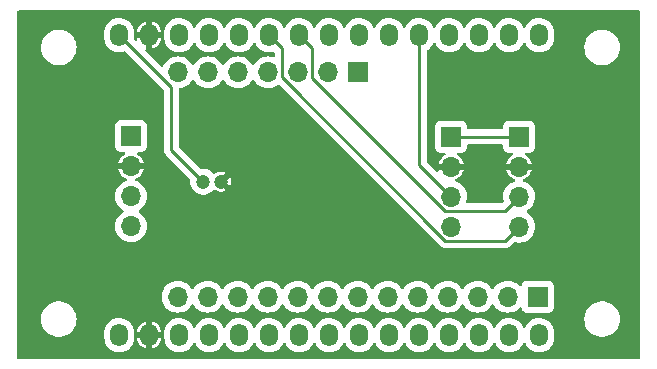
<source format=gbr>
%TF.GenerationSoftware,KiCad,Pcbnew,7.0.1*%
%TF.CreationDate,2025-01-23T11:44:41-05:00*%
%TF.ProjectId,ESP32_Dock,45535033-325f-4446-9f63-6b2e6b696361,rev?*%
%TF.SameCoordinates,Original*%
%TF.FileFunction,Copper,L2,Bot*%
%TF.FilePolarity,Positive*%
%FSLAX46Y46*%
G04 Gerber Fmt 4.6, Leading zero omitted, Abs format (unit mm)*
G04 Created by KiCad (PCBNEW 7.0.1) date 2025-01-23 11:44:41*
%MOMM*%
%LPD*%
G01*
G04 APERTURE LIST*
%TA.AperFunction,ComponentPad*%
%ADD10C,1.200000*%
%TD*%
%TA.AperFunction,ComponentPad*%
%ADD11R,1.700000X1.700000*%
%TD*%
%TA.AperFunction,ComponentPad*%
%ADD12O,1.700000X1.700000*%
%TD*%
%TA.AperFunction,ComponentPad*%
%ADD13O,1.524000X1.900000*%
%TD*%
%TA.AperFunction,Conductor*%
%ADD14C,0.250000*%
%TD*%
G04 APERTURE END LIST*
D10*
%TO.P,C1,1*%
%TO.N,/VCC*%
X75000000Y-46750000D03*
%TO.P,C1,2*%
%TO.N,/GND*%
X76500000Y-46750000D03*
%TD*%
D11*
%TO.P,J5,1,Pin_1*%
%TO.N,/EN*%
X103320000Y-56500000D03*
D12*
%TO.P,J5,2,Pin_2*%
%TO.N,/GPIO36*%
X100780000Y-56500000D03*
%TO.P,J5,3,Pin_3*%
%TO.N,/GPIO39*%
X98240000Y-56500000D03*
%TO.P,J5,4,Pin_4*%
%TO.N,/GPIO34*%
X95700000Y-56500000D03*
%TO.P,J5,5,Pin_5*%
%TO.N,/GPIO35*%
X93160000Y-56500000D03*
%TO.P,J5,6,Pin_6*%
%TO.N,/GPIO32*%
X90620000Y-56500000D03*
%TO.P,J5,7,Pin_7*%
%TO.N,/GPIO33*%
X88080000Y-56500000D03*
%TO.P,J5,8,Pin_8*%
%TO.N,/GPIO25*%
X85540000Y-56500000D03*
%TO.P,J5,9,Pin_9*%
%TO.N,/GPIO26*%
X83000000Y-56500000D03*
%TO.P,J5,10,Pin_10*%
%TO.N,/GPIO27*%
X80460000Y-56500000D03*
%TO.P,J5,11,Pin_11*%
%TO.N,/GPIO14*%
X77920000Y-56500000D03*
%TO.P,J5,12,Pin_12*%
%TO.N,/GPIO12*%
X75380000Y-56500000D03*
%TO.P,J5,13,Pin_13*%
%TO.N,/GPIO13*%
X72840000Y-56500000D03*
%TD*%
D11*
%TO.P,J4,1,Pin_1*%
%TO.N,/GPIO23*%
X88125000Y-37500000D03*
D12*
%TO.P,J4,2,Pin_2*%
%TO.N,/GPIO19*%
X85585000Y-37500000D03*
%TO.P,J4,3,Pin_3*%
%TO.N,/GPIO18*%
X83045000Y-37500000D03*
%TO.P,J4,4,Pin_4*%
%TO.N,/GPIO5*%
X80505000Y-37500000D03*
%TO.P,J4,5,Pin_5*%
%TO.N,/GPIO4*%
X77965000Y-37500000D03*
%TO.P,J4,6,Pin_6*%
%TO.N,/GPIO2*%
X75425000Y-37500000D03*
%TO.P,J4,7,Pin_7*%
%TO.N,/GPIO15*%
X72885000Y-37500000D03*
%TD*%
D11*
%TO.P,J1,1,Pin_1*%
%TO.N,/VCC*%
X96000000Y-42950000D03*
D12*
%TO.P,J1,2,Pin_2*%
%TO.N,/GND*%
X96000000Y-45490000D03*
%TO.P,J1,3,Pin_3*%
%TO.N,/SDA*%
X96000000Y-48030000D03*
%TO.P,J1,4,Pin_4*%
%TO.N,/SCL*%
X96000000Y-50570000D03*
%TD*%
D11*
%TO.P,J3,1,Pin_1*%
%TO.N,/VCC*%
X101750000Y-42950000D03*
D12*
%TO.P,J3,2,Pin_2*%
%TO.N,/GND*%
X101750000Y-45490000D03*
%TO.P,J3,3,Pin_3*%
%TO.N,/TX1*%
X101750000Y-48030000D03*
%TO.P,J3,4,Pin_4*%
%TO.N,/RX1*%
X101750000Y-50570000D03*
%TD*%
D13*
%TO.P,U1,1,EN*%
%TO.N,/EN*%
X103458098Y-59747540D03*
%TO.P,U1,2,GPIO36*%
%TO.N,/GPIO36*%
X100918098Y-59747540D03*
%TO.P,U1,3,GPIO39*%
%TO.N,/GPIO39*%
X98378098Y-59747540D03*
%TO.P,U1,4,GPIO34*%
%TO.N,/GPIO34*%
X95838098Y-59747540D03*
%TO.P,U1,5,GPIO35*%
%TO.N,/GPIO35*%
X93298098Y-59747540D03*
%TO.P,U1,6,GPIO32*%
%TO.N,/GPIO32*%
X90758098Y-59747540D03*
%TO.P,U1,7,GPIO33*%
%TO.N,/GPIO33*%
X88218098Y-59747540D03*
%TO.P,U1,8,GPIO25*%
%TO.N,/GPIO25*%
X85678098Y-59747540D03*
%TO.P,U1,9,GPIO26*%
%TO.N,/GPIO26*%
X83138098Y-59747540D03*
%TO.P,U1,10,GPIO27*%
%TO.N,/GPIO27*%
X80598098Y-59747540D03*
%TO.P,U1,11,GPIO14*%
%TO.N,/GPIO14*%
X78058098Y-59747540D03*
%TO.P,U1,12,GPIO12*%
%TO.N,/GPIO12*%
X75518098Y-59747540D03*
%TO.P,U1,13,GPIO13*%
%TO.N,/GPIO13*%
X72978098Y-59747540D03*
%TO.P,U1,14,GND*%
%TO.N,/GND*%
X70438098Y-59747540D03*
%TO.P,U1,15,VIN*%
%TO.N,/VIN*%
X67898098Y-59747540D03*
%TO.P,U1,16,3.3v*%
%TO.N,/VCC*%
X67898098Y-34347540D03*
%TO.P,U1,17,GND*%
%TO.N,/GND*%
X70438098Y-34347540D03*
%TO.P,U1,18,GPIO15*%
%TO.N,/GPIO15*%
X72978098Y-34347540D03*
%TO.P,U1,19,GPIO2*%
%TO.N,/GPIO2*%
X75518098Y-34347540D03*
%TO.P,U1,20,GPIO4*%
%TO.N,/GPIO4*%
X78058098Y-34347540D03*
%TO.P,U1,21,GPIO16*%
%TO.N,/RX1*%
X80598098Y-34347540D03*
%TO.P,U1,22,GPIO17*%
%TO.N,/TX1*%
X83138098Y-34347540D03*
%TO.P,U1,23,GPIO5*%
%TO.N,/GPIO5*%
X85678098Y-34347540D03*
%TO.P,U1,24,GPIO18*%
%TO.N,/GPIO18*%
X88218098Y-34347540D03*
%TO.P,U1,25,GPIO19*%
%TO.N,/GPIO19*%
X90758098Y-34347540D03*
%TO.P,U1,26,GPIO21*%
%TO.N,/SDA*%
X93298098Y-34347540D03*
%TO.P,U1,27,GPIO3*%
%TO.N,/RX0*%
X95838098Y-34347540D03*
%TO.P,U1,28,GPIO1*%
%TO.N,/TX0*%
X98378098Y-34347540D03*
%TO.P,U1,29,GPIO22*%
%TO.N,/SCL*%
X100918098Y-34347540D03*
%TO.P,U1,30,GPIO23*%
%TO.N,/GPIO23*%
X103458098Y-34347540D03*
%TD*%
D11*
%TO.P,J2,1,Pin_1*%
%TO.N,/VIN*%
X68900000Y-42900000D03*
D12*
%TO.P,J2,2,Pin_2*%
%TO.N,/GND*%
X68900000Y-45440000D03*
%TO.P,J2,3,Pin_3*%
%TO.N,/RX0*%
X68900000Y-47980000D03*
%TO.P,J2,4,Pin_4*%
%TO.N,/TX0*%
X68900000Y-50520000D03*
%TD*%
D14*
%TO.N,/RX1*%
X95513299Y-51745000D02*
X81680000Y-37911701D01*
X100575000Y-51745000D02*
X95513299Y-51745000D01*
X81680000Y-37911701D02*
X81680000Y-35429442D01*
X101750000Y-50570000D02*
X100575000Y-51745000D01*
X81680000Y-35429442D02*
X80598098Y-34347540D01*
%TO.N,/TX1*%
X84250000Y-35459442D02*
X83138098Y-34347540D01*
X84250000Y-37941701D02*
X84250000Y-35459442D01*
X95513299Y-49205000D02*
X84250000Y-37941701D01*
X100575000Y-49205000D02*
X95513299Y-49205000D01*
X101750000Y-48030000D02*
X100575000Y-49205000D01*
%TO.N,/SDA*%
X93298098Y-45328098D02*
X96000000Y-48030000D01*
X93298098Y-34347540D02*
X93298098Y-45328098D01*
%TO.N,/VCC*%
X96000000Y-42950000D02*
X101750000Y-42950000D01*
X72300558Y-44050558D02*
X75000000Y-46750000D01*
X72300558Y-38750000D02*
X72300558Y-44050558D01*
X67898098Y-34347540D02*
X72300558Y-38750000D01*
%TD*%
%TA.AperFunction,Conductor*%
%TO.N,/GND*%
G36*
X111937500Y-32267113D02*
G01*
X111982887Y-32312500D01*
X111999500Y-32374500D01*
X111999500Y-61625500D01*
X111982887Y-61687500D01*
X111937500Y-61732887D01*
X111875500Y-61749500D01*
X59374500Y-61749500D01*
X59312500Y-61732887D01*
X59267113Y-61687500D01*
X59250500Y-61625500D01*
X59250500Y-59992236D01*
X66635598Y-59992236D01*
X66650866Y-60161882D01*
X66711324Y-60380945D01*
X66809923Y-60585690D01*
X66859985Y-60654594D01*
X66943502Y-60769545D01*
X66943503Y-60769546D01*
X66943504Y-60769547D01*
X67107759Y-60926592D01*
X67202590Y-60989189D01*
X67297421Y-61051786D01*
X67367076Y-61081558D01*
X67506385Y-61141102D01*
X67588728Y-61159896D01*
X67727944Y-61191671D01*
X67935451Y-61200990D01*
X67954967Y-61201867D01*
X67954967Y-61201866D01*
X67954969Y-61201867D01*
X68180166Y-61171362D01*
X68396298Y-61101136D01*
X68596417Y-60993448D01*
X68774091Y-60851757D01*
X68923610Y-60680618D01*
X69040169Y-60485532D01*
X69120020Y-60272769D01*
X69160598Y-60049167D01*
X69160598Y-59997540D01*
X69427307Y-59997540D01*
X69440740Y-60133928D01*
X69498607Y-60324689D01*
X69592578Y-60500497D01*
X69719043Y-60654594D01*
X69873140Y-60781059D01*
X70048948Y-60875030D01*
X70188096Y-60917240D01*
X70188098Y-60917240D01*
X70188098Y-59997540D01*
X70688098Y-59997540D01*
X70688098Y-60917240D01*
X70688099Y-60917240D01*
X70827247Y-60875030D01*
X71003055Y-60781059D01*
X71157152Y-60654594D01*
X71283617Y-60500497D01*
X71377588Y-60324689D01*
X71435455Y-60133928D01*
X71448889Y-59997540D01*
X70688098Y-59997540D01*
X70188098Y-59997540D01*
X69427307Y-59997540D01*
X69160598Y-59997540D01*
X69160598Y-59992236D01*
X71715598Y-59992236D01*
X71730866Y-60161882D01*
X71791324Y-60380945D01*
X71889923Y-60585690D01*
X71939985Y-60654594D01*
X72023502Y-60769545D01*
X72023503Y-60769546D01*
X72023504Y-60769547D01*
X72187759Y-60926592D01*
X72282590Y-60989189D01*
X72377421Y-61051786D01*
X72447076Y-61081558D01*
X72586385Y-61141102D01*
X72668728Y-61159896D01*
X72807944Y-61191671D01*
X73015451Y-61200990D01*
X73034967Y-61201867D01*
X73034967Y-61201866D01*
X73034969Y-61201867D01*
X73260166Y-61171362D01*
X73476298Y-61101136D01*
X73676417Y-60993448D01*
X73854091Y-60851757D01*
X74003610Y-60680618D01*
X74120169Y-60485532D01*
X74132775Y-60451941D01*
X74164798Y-60404364D01*
X74214807Y-60376283D01*
X74272103Y-60373709D01*
X74324428Y-60397194D01*
X74360588Y-60441712D01*
X74429923Y-60585690D01*
X74479985Y-60654594D01*
X74563502Y-60769545D01*
X74563503Y-60769546D01*
X74563504Y-60769547D01*
X74727759Y-60926592D01*
X74822590Y-60989189D01*
X74917421Y-61051786D01*
X74987076Y-61081558D01*
X75126385Y-61141102D01*
X75208728Y-61159896D01*
X75347944Y-61191671D01*
X75555451Y-61200990D01*
X75574967Y-61201867D01*
X75574967Y-61201866D01*
X75574969Y-61201867D01*
X75800166Y-61171362D01*
X76016298Y-61101136D01*
X76216417Y-60993448D01*
X76394091Y-60851757D01*
X76543610Y-60680618D01*
X76660169Y-60485532D01*
X76672775Y-60451941D01*
X76704798Y-60404364D01*
X76754807Y-60376283D01*
X76812103Y-60373709D01*
X76864428Y-60397194D01*
X76900588Y-60441712D01*
X76969923Y-60585690D01*
X77019985Y-60654594D01*
X77103502Y-60769545D01*
X77103503Y-60769546D01*
X77103504Y-60769547D01*
X77267759Y-60926592D01*
X77362590Y-60989189D01*
X77457421Y-61051786D01*
X77527076Y-61081558D01*
X77666385Y-61141102D01*
X77748728Y-61159896D01*
X77887944Y-61191671D01*
X78095451Y-61200990D01*
X78114967Y-61201867D01*
X78114967Y-61201866D01*
X78114969Y-61201867D01*
X78340166Y-61171362D01*
X78556298Y-61101136D01*
X78756417Y-60993448D01*
X78934091Y-60851757D01*
X79083610Y-60680618D01*
X79200169Y-60485532D01*
X79212775Y-60451941D01*
X79244798Y-60404364D01*
X79294807Y-60376283D01*
X79352103Y-60373709D01*
X79404428Y-60397194D01*
X79440588Y-60441712D01*
X79509923Y-60585690D01*
X79559985Y-60654594D01*
X79643502Y-60769545D01*
X79643503Y-60769546D01*
X79643504Y-60769547D01*
X79807759Y-60926592D01*
X79902590Y-60989189D01*
X79997421Y-61051786D01*
X80067076Y-61081558D01*
X80206385Y-61141102D01*
X80288728Y-61159896D01*
X80427944Y-61191671D01*
X80635451Y-61200990D01*
X80654967Y-61201867D01*
X80654967Y-61201866D01*
X80654969Y-61201867D01*
X80880166Y-61171362D01*
X81096298Y-61101136D01*
X81296417Y-60993448D01*
X81474091Y-60851757D01*
X81623610Y-60680618D01*
X81740169Y-60485532D01*
X81752775Y-60451941D01*
X81784798Y-60404364D01*
X81834807Y-60376283D01*
X81892103Y-60373709D01*
X81944428Y-60397194D01*
X81980588Y-60441712D01*
X82049923Y-60585690D01*
X82099985Y-60654594D01*
X82183502Y-60769545D01*
X82183503Y-60769546D01*
X82183504Y-60769547D01*
X82347759Y-60926592D01*
X82442590Y-60989189D01*
X82537421Y-61051786D01*
X82607076Y-61081558D01*
X82746385Y-61141102D01*
X82828728Y-61159896D01*
X82967944Y-61191671D01*
X83175451Y-61200990D01*
X83194967Y-61201867D01*
X83194967Y-61201866D01*
X83194969Y-61201867D01*
X83420166Y-61171362D01*
X83636298Y-61101136D01*
X83836417Y-60993448D01*
X84014091Y-60851757D01*
X84163610Y-60680618D01*
X84280169Y-60485532D01*
X84292775Y-60451941D01*
X84324798Y-60404364D01*
X84374807Y-60376283D01*
X84432103Y-60373709D01*
X84484428Y-60397194D01*
X84520588Y-60441712D01*
X84589923Y-60585690D01*
X84639985Y-60654594D01*
X84723502Y-60769545D01*
X84723503Y-60769546D01*
X84723504Y-60769547D01*
X84887759Y-60926592D01*
X84982590Y-60989189D01*
X85077421Y-61051786D01*
X85147076Y-61081558D01*
X85286385Y-61141102D01*
X85368728Y-61159896D01*
X85507944Y-61191671D01*
X85715451Y-61200990D01*
X85734967Y-61201867D01*
X85734967Y-61201866D01*
X85734969Y-61201867D01*
X85960166Y-61171362D01*
X86176298Y-61101136D01*
X86376417Y-60993448D01*
X86554091Y-60851757D01*
X86703610Y-60680618D01*
X86820169Y-60485532D01*
X86832775Y-60451941D01*
X86864798Y-60404364D01*
X86914807Y-60376283D01*
X86972103Y-60373709D01*
X87024428Y-60397194D01*
X87060588Y-60441712D01*
X87129923Y-60585690D01*
X87179985Y-60654594D01*
X87263502Y-60769545D01*
X87263503Y-60769546D01*
X87263504Y-60769547D01*
X87427759Y-60926592D01*
X87522590Y-60989189D01*
X87617421Y-61051786D01*
X87687076Y-61081558D01*
X87826385Y-61141102D01*
X87908728Y-61159896D01*
X88047944Y-61191671D01*
X88255451Y-61200990D01*
X88274967Y-61201867D01*
X88274967Y-61201866D01*
X88274969Y-61201867D01*
X88500166Y-61171362D01*
X88716298Y-61101136D01*
X88916417Y-60993448D01*
X89094091Y-60851757D01*
X89243610Y-60680618D01*
X89360169Y-60485532D01*
X89372775Y-60451941D01*
X89404798Y-60404364D01*
X89454807Y-60376283D01*
X89512103Y-60373709D01*
X89564428Y-60397194D01*
X89600588Y-60441712D01*
X89669923Y-60585690D01*
X89719985Y-60654594D01*
X89803502Y-60769545D01*
X89803503Y-60769546D01*
X89803504Y-60769547D01*
X89967759Y-60926592D01*
X90062590Y-60989189D01*
X90157421Y-61051786D01*
X90227076Y-61081558D01*
X90366385Y-61141102D01*
X90448728Y-61159896D01*
X90587944Y-61191671D01*
X90795451Y-61200990D01*
X90814967Y-61201867D01*
X90814967Y-61201866D01*
X90814969Y-61201867D01*
X91040166Y-61171362D01*
X91256298Y-61101136D01*
X91456417Y-60993448D01*
X91634091Y-60851757D01*
X91783610Y-60680618D01*
X91900169Y-60485532D01*
X91912775Y-60451941D01*
X91944798Y-60404364D01*
X91994807Y-60376283D01*
X92052103Y-60373709D01*
X92104428Y-60397194D01*
X92140588Y-60441712D01*
X92209923Y-60585690D01*
X92259985Y-60654594D01*
X92343502Y-60769545D01*
X92343503Y-60769546D01*
X92343504Y-60769547D01*
X92507759Y-60926592D01*
X92602590Y-60989189D01*
X92697421Y-61051786D01*
X92767076Y-61081558D01*
X92906385Y-61141102D01*
X92988728Y-61159896D01*
X93127944Y-61191671D01*
X93335451Y-61200990D01*
X93354967Y-61201867D01*
X93354967Y-61201866D01*
X93354969Y-61201867D01*
X93580166Y-61171362D01*
X93796298Y-61101136D01*
X93996417Y-60993448D01*
X94174091Y-60851757D01*
X94323610Y-60680618D01*
X94440169Y-60485532D01*
X94452775Y-60451941D01*
X94484798Y-60404364D01*
X94534807Y-60376283D01*
X94592103Y-60373709D01*
X94644428Y-60397194D01*
X94680588Y-60441712D01*
X94749923Y-60585690D01*
X94799985Y-60654594D01*
X94883502Y-60769545D01*
X94883503Y-60769546D01*
X94883504Y-60769547D01*
X95047759Y-60926592D01*
X95142590Y-60989189D01*
X95237421Y-61051786D01*
X95307076Y-61081558D01*
X95446385Y-61141102D01*
X95528728Y-61159896D01*
X95667944Y-61191671D01*
X95875451Y-61200990D01*
X95894967Y-61201867D01*
X95894967Y-61201866D01*
X95894969Y-61201867D01*
X96120166Y-61171362D01*
X96336298Y-61101136D01*
X96536417Y-60993448D01*
X96714091Y-60851757D01*
X96863610Y-60680618D01*
X96980169Y-60485532D01*
X96992775Y-60451941D01*
X97024798Y-60404364D01*
X97074807Y-60376283D01*
X97132103Y-60373709D01*
X97184428Y-60397194D01*
X97220588Y-60441712D01*
X97289923Y-60585690D01*
X97339985Y-60654594D01*
X97423502Y-60769545D01*
X97423503Y-60769546D01*
X97423504Y-60769547D01*
X97587759Y-60926592D01*
X97682590Y-60989189D01*
X97777421Y-61051786D01*
X97847076Y-61081558D01*
X97986385Y-61141102D01*
X98068728Y-61159896D01*
X98207944Y-61191671D01*
X98415451Y-61200990D01*
X98434967Y-61201867D01*
X98434967Y-61201866D01*
X98434969Y-61201867D01*
X98660166Y-61171362D01*
X98876298Y-61101136D01*
X99076417Y-60993448D01*
X99254091Y-60851757D01*
X99403610Y-60680618D01*
X99520169Y-60485532D01*
X99532775Y-60451941D01*
X99564798Y-60404364D01*
X99614807Y-60376283D01*
X99672103Y-60373709D01*
X99724428Y-60397194D01*
X99760588Y-60441712D01*
X99829923Y-60585690D01*
X99879985Y-60654594D01*
X99963502Y-60769545D01*
X99963503Y-60769546D01*
X99963504Y-60769547D01*
X100127759Y-60926592D01*
X100222590Y-60989189D01*
X100317421Y-61051786D01*
X100387076Y-61081558D01*
X100526385Y-61141102D01*
X100608728Y-61159896D01*
X100747944Y-61191671D01*
X100955451Y-61200990D01*
X100974967Y-61201867D01*
X100974967Y-61201866D01*
X100974969Y-61201867D01*
X101200166Y-61171362D01*
X101416298Y-61101136D01*
X101616417Y-60993448D01*
X101794091Y-60851757D01*
X101943610Y-60680618D01*
X102060169Y-60485532D01*
X102072775Y-60451941D01*
X102104798Y-60404364D01*
X102154807Y-60376283D01*
X102212103Y-60373709D01*
X102264428Y-60397194D01*
X102300588Y-60441712D01*
X102369923Y-60585690D01*
X102419985Y-60654594D01*
X102503502Y-60769545D01*
X102503503Y-60769546D01*
X102503504Y-60769547D01*
X102667759Y-60926592D01*
X102762590Y-60989189D01*
X102857421Y-61051786D01*
X102927076Y-61081558D01*
X103066385Y-61141102D01*
X103148728Y-61159896D01*
X103287944Y-61191671D01*
X103495451Y-61200990D01*
X103514967Y-61201867D01*
X103514967Y-61201866D01*
X103514969Y-61201867D01*
X103740166Y-61171362D01*
X103956298Y-61101136D01*
X104156417Y-60993448D01*
X104334091Y-60851757D01*
X104483610Y-60680618D01*
X104600169Y-60485532D01*
X104680020Y-60272769D01*
X104720598Y-60049167D01*
X104720598Y-59502841D01*
X104705330Y-59333201D01*
X104644872Y-59114136D01*
X104594506Y-59009549D01*
X104546272Y-58909389D01*
X104477300Y-58814458D01*
X104412694Y-58725535D01*
X104400650Y-58714020D01*
X104248436Y-58568487D01*
X104058773Y-58443293D01*
X103934089Y-58390000D01*
X107272267Y-58390000D01*
X107292802Y-58637816D01*
X107292802Y-58637819D01*
X107292803Y-58637821D01*
X107353848Y-58878881D01*
X107367230Y-58909389D01*
X107453736Y-59106604D01*
X107453738Y-59106607D01*
X107589747Y-59314785D01*
X107758167Y-59497738D01*
X107823578Y-59548649D01*
X107954396Y-59650470D01*
X107954398Y-59650471D01*
X107954402Y-59650474D01*
X108173101Y-59768828D01*
X108408297Y-59849571D01*
X108653576Y-59890500D01*
X108902246Y-59890500D01*
X109147525Y-59849571D01*
X109382721Y-59768828D01*
X109601420Y-59650474D01*
X109797655Y-59497738D01*
X109966075Y-59314785D01*
X110102084Y-59106607D01*
X110201974Y-58878881D01*
X110263019Y-58637821D01*
X110283554Y-58390000D01*
X110263019Y-58142179D01*
X110201974Y-57901119D01*
X110102084Y-57673393D01*
X109966075Y-57465215D01*
X109797655Y-57282262D01*
X109775523Y-57265036D01*
X109601425Y-57129529D01*
X109601421Y-57129526D01*
X109601420Y-57129526D01*
X109382721Y-57011172D01*
X109382717Y-57011170D01*
X109382716Y-57011170D01*
X109147526Y-56930429D01*
X108902246Y-56889500D01*
X108653576Y-56889500D01*
X108408295Y-56930429D01*
X108173105Y-57011170D01*
X107954396Y-57129529D01*
X107758170Y-57282259D01*
X107589748Y-57465214D01*
X107453736Y-57673395D01*
X107373789Y-57855659D01*
X107353848Y-57901119D01*
X107292803Y-58142179D01*
X107292802Y-58142183D01*
X107272267Y-58390000D01*
X103934089Y-58390000D01*
X103849810Y-58353977D01*
X103628252Y-58303409D01*
X103401228Y-58293212D01*
X103176030Y-58323717D01*
X102972039Y-58389999D01*
X102959898Y-58393944D01*
X102759779Y-58501632D01*
X102759777Y-58501633D01*
X102759778Y-58501633D01*
X102582104Y-58643323D01*
X102432588Y-58814458D01*
X102316026Y-59009549D01*
X102303420Y-59043138D01*
X102271395Y-59090717D01*
X102221386Y-59118797D01*
X102164091Y-59121369D01*
X102111766Y-59097885D01*
X102075607Y-59053367D01*
X102054505Y-59009549D01*
X102006270Y-58909387D01*
X101872694Y-58725535D01*
X101860650Y-58714020D01*
X101708436Y-58568487D01*
X101518773Y-58443293D01*
X101309810Y-58353977D01*
X101088252Y-58303409D01*
X100861228Y-58293212D01*
X100636030Y-58323717D01*
X100432039Y-58389999D01*
X100419898Y-58393944D01*
X100219779Y-58501632D01*
X100219777Y-58501633D01*
X100219778Y-58501633D01*
X100042104Y-58643323D01*
X99892588Y-58814458D01*
X99776026Y-59009549D01*
X99763420Y-59043138D01*
X99731395Y-59090717D01*
X99681386Y-59118797D01*
X99624091Y-59121369D01*
X99571766Y-59097885D01*
X99535607Y-59053367D01*
X99514505Y-59009549D01*
X99466270Y-58909387D01*
X99332694Y-58725535D01*
X99320650Y-58714020D01*
X99168436Y-58568487D01*
X98978773Y-58443293D01*
X98769810Y-58353977D01*
X98548252Y-58303409D01*
X98321228Y-58293212D01*
X98096030Y-58323717D01*
X97892039Y-58389999D01*
X97879898Y-58393944D01*
X97679779Y-58501632D01*
X97679777Y-58501633D01*
X97679778Y-58501633D01*
X97502104Y-58643323D01*
X97352588Y-58814458D01*
X97236026Y-59009549D01*
X97223420Y-59043138D01*
X97191395Y-59090717D01*
X97141386Y-59118797D01*
X97084091Y-59121369D01*
X97031766Y-59097885D01*
X96995607Y-59053367D01*
X96974505Y-59009549D01*
X96926270Y-58909387D01*
X96792694Y-58725535D01*
X96780650Y-58714020D01*
X96628436Y-58568487D01*
X96438773Y-58443293D01*
X96229810Y-58353977D01*
X96008252Y-58303409D01*
X95781228Y-58293212D01*
X95556030Y-58323717D01*
X95352039Y-58389999D01*
X95339898Y-58393944D01*
X95139779Y-58501632D01*
X95139777Y-58501633D01*
X95139778Y-58501633D01*
X94962104Y-58643323D01*
X94812588Y-58814458D01*
X94696026Y-59009549D01*
X94683420Y-59043138D01*
X94651395Y-59090717D01*
X94601386Y-59118797D01*
X94544091Y-59121369D01*
X94491766Y-59097885D01*
X94455607Y-59053367D01*
X94434505Y-59009549D01*
X94386270Y-58909387D01*
X94252694Y-58725535D01*
X94240650Y-58714020D01*
X94088436Y-58568487D01*
X93898773Y-58443293D01*
X93689810Y-58353977D01*
X93468252Y-58303409D01*
X93241228Y-58293212D01*
X93016030Y-58323717D01*
X92812039Y-58389999D01*
X92799898Y-58393944D01*
X92599779Y-58501632D01*
X92599777Y-58501633D01*
X92599778Y-58501633D01*
X92422104Y-58643323D01*
X92272588Y-58814458D01*
X92156026Y-59009549D01*
X92143420Y-59043138D01*
X92111395Y-59090717D01*
X92061386Y-59118797D01*
X92004091Y-59121369D01*
X91951766Y-59097885D01*
X91915607Y-59053367D01*
X91894505Y-59009549D01*
X91846270Y-58909387D01*
X91712694Y-58725535D01*
X91700650Y-58714020D01*
X91548436Y-58568487D01*
X91358773Y-58443293D01*
X91149810Y-58353977D01*
X90928252Y-58303409D01*
X90701228Y-58293212D01*
X90476030Y-58323717D01*
X90272039Y-58389999D01*
X90259898Y-58393944D01*
X90059779Y-58501632D01*
X90059777Y-58501633D01*
X90059778Y-58501633D01*
X89882104Y-58643323D01*
X89732588Y-58814458D01*
X89616026Y-59009549D01*
X89603420Y-59043138D01*
X89571395Y-59090717D01*
X89521386Y-59118797D01*
X89464091Y-59121369D01*
X89411766Y-59097885D01*
X89375607Y-59053367D01*
X89354505Y-59009549D01*
X89306270Y-58909387D01*
X89172694Y-58725535D01*
X89160650Y-58714020D01*
X89008436Y-58568487D01*
X88818773Y-58443293D01*
X88609810Y-58353977D01*
X88388252Y-58303409D01*
X88161228Y-58293212D01*
X87936030Y-58323717D01*
X87732039Y-58389999D01*
X87719898Y-58393944D01*
X87519779Y-58501632D01*
X87519777Y-58501633D01*
X87519778Y-58501633D01*
X87342104Y-58643323D01*
X87192588Y-58814458D01*
X87076026Y-59009549D01*
X87063420Y-59043138D01*
X87031395Y-59090717D01*
X86981386Y-59118797D01*
X86924091Y-59121369D01*
X86871766Y-59097885D01*
X86835607Y-59053367D01*
X86814505Y-59009549D01*
X86766270Y-58909387D01*
X86632694Y-58725535D01*
X86620650Y-58714020D01*
X86468436Y-58568487D01*
X86278773Y-58443293D01*
X86069810Y-58353977D01*
X85848252Y-58303409D01*
X85621228Y-58293212D01*
X85396030Y-58323717D01*
X85192039Y-58389999D01*
X85179898Y-58393944D01*
X84979779Y-58501632D01*
X84979777Y-58501633D01*
X84979778Y-58501633D01*
X84802104Y-58643323D01*
X84652588Y-58814458D01*
X84536026Y-59009549D01*
X84523420Y-59043138D01*
X84491395Y-59090717D01*
X84441386Y-59118797D01*
X84384091Y-59121369D01*
X84331766Y-59097885D01*
X84295607Y-59053367D01*
X84274505Y-59009549D01*
X84226270Y-58909387D01*
X84092694Y-58725535D01*
X84080650Y-58714020D01*
X83928436Y-58568487D01*
X83738773Y-58443293D01*
X83529810Y-58353977D01*
X83308252Y-58303409D01*
X83081228Y-58293212D01*
X82856030Y-58323717D01*
X82652039Y-58389999D01*
X82639898Y-58393944D01*
X82439779Y-58501632D01*
X82439777Y-58501633D01*
X82439778Y-58501633D01*
X82262104Y-58643323D01*
X82112588Y-58814458D01*
X81996026Y-59009549D01*
X81983420Y-59043138D01*
X81951395Y-59090717D01*
X81901386Y-59118797D01*
X81844091Y-59121369D01*
X81791766Y-59097885D01*
X81755607Y-59053367D01*
X81734505Y-59009549D01*
X81686270Y-58909387D01*
X81552694Y-58725535D01*
X81540650Y-58714020D01*
X81388436Y-58568487D01*
X81198773Y-58443293D01*
X80989810Y-58353977D01*
X80768252Y-58303409D01*
X80541228Y-58293212D01*
X80316030Y-58323717D01*
X80112039Y-58389999D01*
X80099898Y-58393944D01*
X79899779Y-58501632D01*
X79899777Y-58501633D01*
X79899778Y-58501633D01*
X79722104Y-58643323D01*
X79572588Y-58814458D01*
X79456026Y-59009549D01*
X79443420Y-59043138D01*
X79411395Y-59090717D01*
X79361386Y-59118797D01*
X79304091Y-59121369D01*
X79251766Y-59097885D01*
X79215607Y-59053367D01*
X79194505Y-59009549D01*
X79146270Y-58909387D01*
X79012694Y-58725535D01*
X79000650Y-58714020D01*
X78848436Y-58568487D01*
X78658773Y-58443293D01*
X78449810Y-58353977D01*
X78228252Y-58303409D01*
X78001228Y-58293212D01*
X77776030Y-58323717D01*
X77572039Y-58389999D01*
X77559898Y-58393944D01*
X77359779Y-58501632D01*
X77359777Y-58501633D01*
X77359778Y-58501633D01*
X77182104Y-58643323D01*
X77032588Y-58814458D01*
X76916026Y-59009549D01*
X76903420Y-59043138D01*
X76871395Y-59090717D01*
X76821386Y-59118797D01*
X76764091Y-59121369D01*
X76711766Y-59097885D01*
X76675607Y-59053367D01*
X76654505Y-59009549D01*
X76606270Y-58909387D01*
X76472694Y-58725535D01*
X76460650Y-58714020D01*
X76308436Y-58568487D01*
X76118773Y-58443293D01*
X75909810Y-58353977D01*
X75688252Y-58303409D01*
X75461228Y-58293212D01*
X75236030Y-58323717D01*
X75032039Y-58389999D01*
X75019898Y-58393944D01*
X74819779Y-58501632D01*
X74819777Y-58501633D01*
X74819778Y-58501633D01*
X74642104Y-58643323D01*
X74492588Y-58814458D01*
X74376026Y-59009549D01*
X74363420Y-59043138D01*
X74331395Y-59090717D01*
X74281386Y-59118797D01*
X74224091Y-59121369D01*
X74171766Y-59097885D01*
X74135607Y-59053367D01*
X74114505Y-59009549D01*
X74066270Y-58909387D01*
X73932694Y-58725535D01*
X73920650Y-58714020D01*
X73768436Y-58568487D01*
X73578773Y-58443293D01*
X73369810Y-58353977D01*
X73148252Y-58303409D01*
X72921228Y-58293212D01*
X72696030Y-58323717D01*
X72492039Y-58389999D01*
X72479898Y-58393944D01*
X72279779Y-58501632D01*
X72279777Y-58501633D01*
X72279778Y-58501633D01*
X72102104Y-58643323D01*
X71952588Y-58814458D01*
X71836024Y-59009552D01*
X71756175Y-59222310D01*
X71715598Y-59445912D01*
X71715598Y-59992236D01*
X69160598Y-59992236D01*
X69160598Y-59502841D01*
X69160121Y-59497540D01*
X69427307Y-59497540D01*
X70188098Y-59497540D01*
X70688098Y-59497540D01*
X71448888Y-59497540D01*
X71435455Y-59361151D01*
X71377588Y-59170390D01*
X71283617Y-58994582D01*
X71157152Y-58840485D01*
X71003055Y-58714020D01*
X70827247Y-58620049D01*
X70688099Y-58577839D01*
X70688098Y-58577840D01*
X70688098Y-59497540D01*
X70188098Y-59497540D01*
X70188098Y-58577840D01*
X70188096Y-58577839D01*
X70048948Y-58620049D01*
X69873140Y-58714020D01*
X69719043Y-58840485D01*
X69592578Y-58994582D01*
X69498607Y-59170390D01*
X69440740Y-59361151D01*
X69427307Y-59497540D01*
X69160121Y-59497540D01*
X69145330Y-59333201D01*
X69084872Y-59114136D01*
X69034506Y-59009549D01*
X68986272Y-58909389D01*
X68917300Y-58814458D01*
X68852694Y-58725535D01*
X68840650Y-58714020D01*
X68688436Y-58568487D01*
X68498773Y-58443293D01*
X68289810Y-58353977D01*
X68068252Y-58303409D01*
X67841228Y-58293212D01*
X67616030Y-58323717D01*
X67412039Y-58389999D01*
X67399898Y-58393944D01*
X67199779Y-58501632D01*
X67199777Y-58501633D01*
X67199778Y-58501633D01*
X67022104Y-58643323D01*
X66872588Y-58814458D01*
X66756024Y-59009552D01*
X66676175Y-59222310D01*
X66635598Y-59445912D01*
X66635598Y-59992236D01*
X59250500Y-59992236D01*
X59250500Y-58389999D01*
X61272267Y-58389999D01*
X61292802Y-58637816D01*
X61292802Y-58637819D01*
X61292803Y-58637821D01*
X61353848Y-58878881D01*
X61367230Y-58909389D01*
X61453736Y-59106604D01*
X61453738Y-59106607D01*
X61589747Y-59314785D01*
X61758167Y-59497738D01*
X61823578Y-59548649D01*
X61954396Y-59650470D01*
X61954398Y-59650471D01*
X61954402Y-59650474D01*
X62173101Y-59768828D01*
X62408297Y-59849571D01*
X62653576Y-59890500D01*
X62902246Y-59890500D01*
X63147525Y-59849571D01*
X63382721Y-59768828D01*
X63601420Y-59650474D01*
X63797655Y-59497738D01*
X63966075Y-59314785D01*
X64102084Y-59106607D01*
X64201974Y-58878881D01*
X64263019Y-58637821D01*
X64283554Y-58390000D01*
X64263019Y-58142179D01*
X64201974Y-57901119D01*
X64102084Y-57673393D01*
X63966075Y-57465215D01*
X63797655Y-57282262D01*
X63775523Y-57265036D01*
X63601425Y-57129529D01*
X63601421Y-57129526D01*
X63601420Y-57129526D01*
X63382721Y-57011172D01*
X63382717Y-57011170D01*
X63382716Y-57011170D01*
X63147526Y-56930429D01*
X62902246Y-56889500D01*
X62653576Y-56889500D01*
X62408295Y-56930429D01*
X62173105Y-57011170D01*
X61954396Y-57129529D01*
X61758170Y-57282259D01*
X61589748Y-57465214D01*
X61453736Y-57673395D01*
X61373789Y-57855659D01*
X61353848Y-57901119D01*
X61292803Y-58142179D01*
X61292802Y-58142183D01*
X61272267Y-58389999D01*
X59250500Y-58389999D01*
X59250500Y-56500000D01*
X71484340Y-56500000D01*
X71504936Y-56735407D01*
X71546225Y-56889500D01*
X71566097Y-56963663D01*
X71665965Y-57177830D01*
X71801505Y-57371401D01*
X71968599Y-57538495D01*
X72162170Y-57674035D01*
X72376337Y-57773903D01*
X72604592Y-57835063D01*
X72840000Y-57855659D01*
X73075408Y-57835063D01*
X73303663Y-57773903D01*
X73517830Y-57674035D01*
X73711401Y-57538495D01*
X73878495Y-57371401D01*
X74008426Y-57185839D01*
X74052743Y-57146975D01*
X74110000Y-57132964D01*
X74167257Y-57146975D01*
X74211573Y-57185839D01*
X74341505Y-57371401D01*
X74508599Y-57538495D01*
X74702170Y-57674035D01*
X74916337Y-57773903D01*
X75144592Y-57835063D01*
X75380000Y-57855659D01*
X75615408Y-57835063D01*
X75843663Y-57773903D01*
X76057830Y-57674035D01*
X76251401Y-57538495D01*
X76418495Y-57371401D01*
X76548426Y-57185839D01*
X76592743Y-57146975D01*
X76650000Y-57132964D01*
X76707257Y-57146975D01*
X76751573Y-57185839D01*
X76881505Y-57371401D01*
X77048599Y-57538495D01*
X77242170Y-57674035D01*
X77456337Y-57773903D01*
X77684592Y-57835063D01*
X77920000Y-57855659D01*
X78155408Y-57835063D01*
X78383663Y-57773903D01*
X78597830Y-57674035D01*
X78791401Y-57538495D01*
X78958495Y-57371401D01*
X79088426Y-57185839D01*
X79132743Y-57146975D01*
X79190000Y-57132964D01*
X79247257Y-57146975D01*
X79291573Y-57185839D01*
X79421505Y-57371401D01*
X79588599Y-57538495D01*
X79782170Y-57674035D01*
X79996337Y-57773903D01*
X80224592Y-57835063D01*
X80460000Y-57855659D01*
X80695408Y-57835063D01*
X80923663Y-57773903D01*
X81137830Y-57674035D01*
X81331401Y-57538495D01*
X81498495Y-57371401D01*
X81628426Y-57185839D01*
X81672743Y-57146975D01*
X81730000Y-57132964D01*
X81787257Y-57146975D01*
X81831573Y-57185839D01*
X81961505Y-57371401D01*
X82128599Y-57538495D01*
X82322170Y-57674035D01*
X82536337Y-57773903D01*
X82764592Y-57835063D01*
X83000000Y-57855659D01*
X83235408Y-57835063D01*
X83463663Y-57773903D01*
X83677830Y-57674035D01*
X83871401Y-57538495D01*
X84038495Y-57371401D01*
X84168426Y-57185839D01*
X84212743Y-57146975D01*
X84270000Y-57132964D01*
X84327257Y-57146975D01*
X84371573Y-57185839D01*
X84501505Y-57371401D01*
X84668599Y-57538495D01*
X84862170Y-57674035D01*
X85076337Y-57773903D01*
X85304592Y-57835063D01*
X85540000Y-57855659D01*
X85775408Y-57835063D01*
X86003663Y-57773903D01*
X86217830Y-57674035D01*
X86411401Y-57538495D01*
X86578495Y-57371401D01*
X86708426Y-57185839D01*
X86752743Y-57146975D01*
X86810000Y-57132964D01*
X86867257Y-57146975D01*
X86911573Y-57185839D01*
X87041505Y-57371401D01*
X87208599Y-57538495D01*
X87402170Y-57674035D01*
X87616337Y-57773903D01*
X87844592Y-57835063D01*
X88080000Y-57855659D01*
X88315408Y-57835063D01*
X88543663Y-57773903D01*
X88757830Y-57674035D01*
X88951401Y-57538495D01*
X89118495Y-57371401D01*
X89248426Y-57185839D01*
X89292743Y-57146975D01*
X89350000Y-57132964D01*
X89407257Y-57146975D01*
X89451573Y-57185839D01*
X89581505Y-57371401D01*
X89748599Y-57538495D01*
X89942170Y-57674035D01*
X90156337Y-57773903D01*
X90384592Y-57835063D01*
X90620000Y-57855659D01*
X90855408Y-57835063D01*
X91083663Y-57773903D01*
X91297830Y-57674035D01*
X91491401Y-57538495D01*
X91658495Y-57371401D01*
X91788426Y-57185839D01*
X91832743Y-57146975D01*
X91890000Y-57132964D01*
X91947257Y-57146975D01*
X91991573Y-57185839D01*
X92121505Y-57371401D01*
X92288599Y-57538495D01*
X92482170Y-57674035D01*
X92696337Y-57773903D01*
X92924592Y-57835063D01*
X93160000Y-57855659D01*
X93395408Y-57835063D01*
X93623663Y-57773903D01*
X93837830Y-57674035D01*
X94031401Y-57538495D01*
X94198495Y-57371401D01*
X94328426Y-57185839D01*
X94372743Y-57146975D01*
X94430000Y-57132964D01*
X94487257Y-57146975D01*
X94531573Y-57185839D01*
X94661505Y-57371401D01*
X94828599Y-57538495D01*
X95022170Y-57674035D01*
X95236337Y-57773903D01*
X95464592Y-57835063D01*
X95700000Y-57855659D01*
X95935408Y-57835063D01*
X96163663Y-57773903D01*
X96377830Y-57674035D01*
X96571401Y-57538495D01*
X96738495Y-57371401D01*
X96868426Y-57185839D01*
X96912743Y-57146975D01*
X96970000Y-57132964D01*
X97027257Y-57146975D01*
X97071573Y-57185839D01*
X97201505Y-57371401D01*
X97368599Y-57538495D01*
X97562170Y-57674035D01*
X97776337Y-57773903D01*
X98004592Y-57835063D01*
X98240000Y-57855659D01*
X98475408Y-57835063D01*
X98703663Y-57773903D01*
X98917830Y-57674035D01*
X99111401Y-57538495D01*
X99278495Y-57371401D01*
X99408426Y-57185839D01*
X99452743Y-57146975D01*
X99510000Y-57132964D01*
X99567257Y-57146975D01*
X99611573Y-57185839D01*
X99741505Y-57371401D01*
X99908599Y-57538495D01*
X100102170Y-57674035D01*
X100316337Y-57773903D01*
X100544592Y-57835063D01*
X100780000Y-57855659D01*
X101015408Y-57835063D01*
X101243663Y-57773903D01*
X101457830Y-57674035D01*
X101651401Y-57538495D01*
X101773329Y-57416566D01*
X101826072Y-57385273D01*
X101887365Y-57383084D01*
X101942209Y-57410537D01*
X101977189Y-57460916D01*
X101980200Y-57468988D01*
X102026204Y-57592331D01*
X102112454Y-57707546D01*
X102227669Y-57793796D01*
X102362517Y-57844091D01*
X102422127Y-57850500D01*
X104217872Y-57850499D01*
X104277483Y-57844091D01*
X104412331Y-57793796D01*
X104527546Y-57707546D01*
X104613796Y-57592331D01*
X104664091Y-57457483D01*
X104670500Y-57397873D01*
X104670499Y-55602128D01*
X104664091Y-55542517D01*
X104613796Y-55407669D01*
X104527546Y-55292454D01*
X104412331Y-55206204D01*
X104277483Y-55155909D01*
X104217873Y-55149500D01*
X104217869Y-55149500D01*
X102422130Y-55149500D01*
X102362515Y-55155909D01*
X102227669Y-55206204D01*
X102112454Y-55292454D01*
X102026204Y-55407669D01*
X101977189Y-55539083D01*
X101942209Y-55589462D01*
X101887365Y-55616915D01*
X101826072Y-55614726D01*
X101773326Y-55583430D01*
X101651404Y-55461508D01*
X101651404Y-55461507D01*
X101651401Y-55461505D01*
X101457830Y-55325965D01*
X101243663Y-55226097D01*
X101182502Y-55209709D01*
X101015407Y-55164936D01*
X100780000Y-55144340D01*
X100544592Y-55164936D01*
X100316336Y-55226097D01*
X100102170Y-55325965D01*
X99908598Y-55461505D01*
X99741505Y-55628598D01*
X99611575Y-55814159D01*
X99567257Y-55853025D01*
X99510000Y-55867036D01*
X99452743Y-55853025D01*
X99408425Y-55814159D01*
X99278494Y-55628598D01*
X99111404Y-55461508D01*
X99111404Y-55461507D01*
X99111401Y-55461505D01*
X98917830Y-55325965D01*
X98703663Y-55226097D01*
X98642502Y-55209709D01*
X98475407Y-55164936D01*
X98240000Y-55144340D01*
X98004592Y-55164936D01*
X97776336Y-55226097D01*
X97562170Y-55325965D01*
X97368598Y-55461505D01*
X97201505Y-55628598D01*
X97071575Y-55814159D01*
X97027257Y-55853025D01*
X96970000Y-55867036D01*
X96912743Y-55853025D01*
X96868425Y-55814159D01*
X96738494Y-55628598D01*
X96571404Y-55461508D01*
X96571404Y-55461507D01*
X96571401Y-55461505D01*
X96377830Y-55325965D01*
X96163663Y-55226097D01*
X96102502Y-55209709D01*
X95935407Y-55164936D01*
X95700000Y-55144340D01*
X95464592Y-55164936D01*
X95236336Y-55226097D01*
X95022170Y-55325965D01*
X94828598Y-55461505D01*
X94661505Y-55628598D01*
X94531575Y-55814159D01*
X94487257Y-55853025D01*
X94430000Y-55867036D01*
X94372743Y-55853025D01*
X94328425Y-55814159D01*
X94198494Y-55628598D01*
X94031404Y-55461508D01*
X94031404Y-55461507D01*
X94031401Y-55461505D01*
X93837830Y-55325965D01*
X93623663Y-55226097D01*
X93562502Y-55209709D01*
X93395407Y-55164936D01*
X93160000Y-55144340D01*
X92924592Y-55164936D01*
X92696336Y-55226097D01*
X92482170Y-55325965D01*
X92288598Y-55461505D01*
X92121505Y-55628598D01*
X91991575Y-55814159D01*
X91947257Y-55853025D01*
X91890000Y-55867036D01*
X91832743Y-55853025D01*
X91788425Y-55814159D01*
X91658494Y-55628598D01*
X91491404Y-55461508D01*
X91491404Y-55461507D01*
X91491401Y-55461505D01*
X91297830Y-55325965D01*
X91083663Y-55226097D01*
X91022502Y-55209709D01*
X90855407Y-55164936D01*
X90620000Y-55144340D01*
X90384592Y-55164936D01*
X90156336Y-55226097D01*
X89942170Y-55325965D01*
X89748598Y-55461505D01*
X89581505Y-55628598D01*
X89451575Y-55814159D01*
X89407257Y-55853025D01*
X89350000Y-55867036D01*
X89292743Y-55853025D01*
X89248425Y-55814159D01*
X89118494Y-55628598D01*
X88951404Y-55461508D01*
X88951404Y-55461507D01*
X88951401Y-55461505D01*
X88757830Y-55325965D01*
X88543663Y-55226097D01*
X88482502Y-55209709D01*
X88315407Y-55164936D01*
X88080000Y-55144340D01*
X87844592Y-55164936D01*
X87616336Y-55226097D01*
X87402170Y-55325965D01*
X87208598Y-55461505D01*
X87041505Y-55628598D01*
X86911575Y-55814159D01*
X86867257Y-55853025D01*
X86810000Y-55867036D01*
X86752743Y-55853025D01*
X86708425Y-55814159D01*
X86578494Y-55628598D01*
X86411404Y-55461508D01*
X86411404Y-55461507D01*
X86411401Y-55461505D01*
X86217830Y-55325965D01*
X86003663Y-55226097D01*
X85942502Y-55209709D01*
X85775407Y-55164936D01*
X85540000Y-55144340D01*
X85304592Y-55164936D01*
X85076336Y-55226097D01*
X84862170Y-55325965D01*
X84668598Y-55461505D01*
X84501505Y-55628598D01*
X84371575Y-55814159D01*
X84327257Y-55853025D01*
X84270000Y-55867036D01*
X84212743Y-55853025D01*
X84168425Y-55814159D01*
X84038494Y-55628598D01*
X83871404Y-55461508D01*
X83871404Y-55461507D01*
X83871401Y-55461505D01*
X83677830Y-55325965D01*
X83463663Y-55226097D01*
X83402502Y-55209709D01*
X83235407Y-55164936D01*
X83000000Y-55144340D01*
X82764592Y-55164936D01*
X82536336Y-55226097D01*
X82322170Y-55325965D01*
X82128598Y-55461505D01*
X81961505Y-55628598D01*
X81831575Y-55814159D01*
X81787257Y-55853025D01*
X81730000Y-55867036D01*
X81672743Y-55853025D01*
X81628425Y-55814159D01*
X81498494Y-55628598D01*
X81331404Y-55461508D01*
X81331404Y-55461507D01*
X81331401Y-55461505D01*
X81137830Y-55325965D01*
X80923663Y-55226097D01*
X80862502Y-55209709D01*
X80695407Y-55164936D01*
X80460000Y-55144340D01*
X80224592Y-55164936D01*
X79996336Y-55226097D01*
X79782170Y-55325965D01*
X79588598Y-55461505D01*
X79421505Y-55628598D01*
X79291575Y-55814159D01*
X79247257Y-55853025D01*
X79190000Y-55867036D01*
X79132743Y-55853025D01*
X79088425Y-55814159D01*
X78958494Y-55628598D01*
X78791404Y-55461508D01*
X78791404Y-55461507D01*
X78791401Y-55461505D01*
X78597830Y-55325965D01*
X78383663Y-55226097D01*
X78322502Y-55209709D01*
X78155407Y-55164936D01*
X77920000Y-55144340D01*
X77684592Y-55164936D01*
X77456336Y-55226097D01*
X77242170Y-55325965D01*
X77048598Y-55461505D01*
X76881505Y-55628598D01*
X76751575Y-55814159D01*
X76707257Y-55853025D01*
X76650000Y-55867036D01*
X76592743Y-55853025D01*
X76548425Y-55814159D01*
X76418494Y-55628598D01*
X76251404Y-55461508D01*
X76251404Y-55461507D01*
X76251401Y-55461505D01*
X76057830Y-55325965D01*
X75843663Y-55226097D01*
X75782502Y-55209709D01*
X75615407Y-55164936D01*
X75380000Y-55144340D01*
X75144592Y-55164936D01*
X74916336Y-55226097D01*
X74702170Y-55325965D01*
X74508598Y-55461505D01*
X74341505Y-55628598D01*
X74211575Y-55814159D01*
X74167257Y-55853025D01*
X74110000Y-55867036D01*
X74052743Y-55853025D01*
X74008425Y-55814159D01*
X73878494Y-55628598D01*
X73711404Y-55461508D01*
X73711404Y-55461507D01*
X73711401Y-55461505D01*
X73517830Y-55325965D01*
X73303663Y-55226097D01*
X73242502Y-55209709D01*
X73075407Y-55164936D01*
X72840000Y-55144340D01*
X72604592Y-55164936D01*
X72376336Y-55226097D01*
X72162170Y-55325965D01*
X71968598Y-55461505D01*
X71801505Y-55628598D01*
X71665965Y-55822170D01*
X71566097Y-56036336D01*
X71504936Y-56264592D01*
X71484340Y-56500000D01*
X59250500Y-56500000D01*
X59250500Y-50519999D01*
X67544340Y-50519999D01*
X67564936Y-50755407D01*
X67578334Y-50805407D01*
X67626097Y-50983663D01*
X67725965Y-51197830D01*
X67861505Y-51391401D01*
X68028599Y-51558495D01*
X68222170Y-51694035D01*
X68436337Y-51793903D01*
X68664592Y-51855063D01*
X68900000Y-51875659D01*
X69135408Y-51855063D01*
X69363663Y-51793903D01*
X69577830Y-51694035D01*
X69771401Y-51558495D01*
X69938495Y-51391401D01*
X70074035Y-51197830D01*
X70173903Y-50983663D01*
X70235063Y-50755408D01*
X70255659Y-50520000D01*
X70235063Y-50284592D01*
X70173903Y-50056337D01*
X70074035Y-49842171D01*
X69938495Y-49648599D01*
X69771401Y-49481505D01*
X69585839Y-49351573D01*
X69546975Y-49307257D01*
X69532964Y-49250000D01*
X69546975Y-49192743D01*
X69585839Y-49148426D01*
X69771401Y-49018495D01*
X69938495Y-48851401D01*
X70074035Y-48657830D01*
X70173903Y-48443663D01*
X70235063Y-48215408D01*
X70255659Y-47980000D01*
X70235063Y-47744592D01*
X70173903Y-47516337D01*
X70074035Y-47302171D01*
X69938495Y-47108599D01*
X69771401Y-46941505D01*
X69577830Y-46805965D01*
X69363663Y-46706097D01*
X69324385Y-46695572D01*
X69270709Y-46665349D01*
X69238200Y-46613024D01*
X69234882Y-46551512D01*
X69261573Y-46495994D01*
X69311688Y-46460171D01*
X69392410Y-46428900D01*
X69565740Y-46321578D01*
X69716392Y-46184241D01*
X69839248Y-46021553D01*
X69930113Y-45839069D01*
X69972528Y-45690000D01*
X67827472Y-45690000D01*
X67869886Y-45839069D01*
X67960751Y-46021553D01*
X68083607Y-46184241D01*
X68234259Y-46321578D01*
X68407588Y-46428899D01*
X68488311Y-46460171D01*
X68538425Y-46495994D01*
X68565117Y-46551512D01*
X68561798Y-46613024D01*
X68529289Y-46665348D01*
X68475613Y-46695573D01*
X68458253Y-46700224D01*
X68436337Y-46706097D01*
X68436336Y-46706097D01*
X68436334Y-46706098D01*
X68222170Y-46805965D01*
X68028598Y-46941505D01*
X67861505Y-47108598D01*
X67725965Y-47302170D01*
X67626097Y-47516336D01*
X67564936Y-47744592D01*
X67544340Y-47979999D01*
X67564936Y-48215407D01*
X67578334Y-48265407D01*
X67626097Y-48443663D01*
X67725965Y-48657830D01*
X67861505Y-48851401D01*
X68028599Y-49018495D01*
X68214160Y-49148426D01*
X68253024Y-49192743D01*
X68267035Y-49250000D01*
X68253024Y-49307257D01*
X68214159Y-49351575D01*
X68028595Y-49481508D01*
X67861505Y-49648598D01*
X67725965Y-49842170D01*
X67626097Y-50056336D01*
X67564936Y-50284592D01*
X67544340Y-50519999D01*
X59250500Y-50519999D01*
X59250500Y-43797869D01*
X67549500Y-43797869D01*
X67554876Y-43847872D01*
X67555909Y-43857483D01*
X67606204Y-43992331D01*
X67692454Y-44107546D01*
X67807669Y-44193796D01*
X67942517Y-44244091D01*
X68002127Y-44250500D01*
X68295757Y-44250499D01*
X68357091Y-44266732D01*
X68402369Y-44311180D01*
X68419733Y-44372207D01*
X68404637Y-44433834D01*
X68361032Y-44479925D01*
X68234263Y-44558418D01*
X68083607Y-44695758D01*
X67960751Y-44858446D01*
X67869886Y-45040930D01*
X67827471Y-45189999D01*
X67827472Y-45190000D01*
X69972528Y-45190000D01*
X69972528Y-45189999D01*
X69930113Y-45040930D01*
X69839248Y-44858446D01*
X69716392Y-44695758D01*
X69565740Y-44558421D01*
X69438966Y-44479926D01*
X69395362Y-44433834D01*
X69380265Y-44372207D01*
X69397629Y-44311181D01*
X69442907Y-44266732D01*
X69504243Y-44250499D01*
X69797872Y-44250499D01*
X69857483Y-44244091D01*
X69992331Y-44193796D01*
X70107546Y-44107546D01*
X70193796Y-43992331D01*
X70244091Y-43857483D01*
X70250500Y-43797873D01*
X70250499Y-42002128D01*
X70244091Y-41942517D01*
X70193796Y-41807669D01*
X70107546Y-41692454D01*
X69992331Y-41606204D01*
X69857483Y-41555909D01*
X69797873Y-41549500D01*
X69797869Y-41549500D01*
X68002130Y-41549500D01*
X67942515Y-41555909D01*
X67807669Y-41606204D01*
X67692454Y-41692454D01*
X67606204Y-41807668D01*
X67555909Y-41942515D01*
X67555909Y-41942517D01*
X67550534Y-41992516D01*
X67549500Y-42002130D01*
X67549500Y-43797869D01*
X59250500Y-43797869D01*
X59250500Y-35389999D01*
X61272267Y-35389999D01*
X61292802Y-35637816D01*
X61292802Y-35637819D01*
X61292803Y-35637821D01*
X61353848Y-35878881D01*
X61356703Y-35885389D01*
X61453736Y-36106604D01*
X61453738Y-36106607D01*
X61589747Y-36314785D01*
X61758167Y-36497738D01*
X61758170Y-36497740D01*
X61954396Y-36650470D01*
X61954398Y-36650471D01*
X61954402Y-36650474D01*
X62173101Y-36768828D01*
X62408297Y-36849571D01*
X62653576Y-36890500D01*
X62902246Y-36890500D01*
X63147525Y-36849571D01*
X63382721Y-36768828D01*
X63601420Y-36650474D01*
X63797655Y-36497738D01*
X63966075Y-36314785D01*
X64102084Y-36106607D01*
X64201974Y-35878881D01*
X64263019Y-35637821D01*
X64283554Y-35390000D01*
X64263019Y-35142179D01*
X64201974Y-34901119D01*
X64102084Y-34673393D01*
X64049064Y-34592239D01*
X66635598Y-34592239D01*
X66640722Y-34649167D01*
X66650866Y-34761882D01*
X66711324Y-34980945D01*
X66809923Y-35185690D01*
X66859985Y-35254594D01*
X66943502Y-35369545D01*
X66943503Y-35369546D01*
X66943504Y-35369547D01*
X67107759Y-35526592D01*
X67176226Y-35571786D01*
X67297421Y-35651786D01*
X67351223Y-35674782D01*
X67506385Y-35741102D01*
X67588728Y-35759896D01*
X67727944Y-35791671D01*
X67935451Y-35800990D01*
X67954967Y-35801867D01*
X67954967Y-35801866D01*
X67954969Y-35801867D01*
X68180166Y-35771362D01*
X68301997Y-35731775D01*
X68369260Y-35729133D01*
X68427994Y-35762026D01*
X71638739Y-38972771D01*
X71665619Y-39012999D01*
X71675058Y-39060452D01*
X71675058Y-43967814D01*
X71672793Y-43988320D01*
X71674997Y-44058431D01*
X71675058Y-44062326D01*
X71675058Y-44089907D01*
X71675561Y-44093892D01*
X71676476Y-44105525D01*
X71677848Y-44149184D01*
X71683437Y-44168418D01*
X71687383Y-44187474D01*
X71689893Y-44207350D01*
X71705972Y-44247962D01*
X71709755Y-44259009D01*
X71721940Y-44300949D01*
X71732138Y-44318193D01*
X71740694Y-44335658D01*
X71748072Y-44354290D01*
X71748073Y-44354291D01*
X71773738Y-44389617D01*
X71780151Y-44399380D01*
X71802384Y-44436974D01*
X71802387Y-44436977D01*
X71802388Y-44436978D01*
X71816553Y-44451143D01*
X71829185Y-44465933D01*
X71840964Y-44482145D01*
X71874616Y-44509984D01*
X71883257Y-44517847D01*
X73872333Y-46506924D01*
X73901282Y-46552493D01*
X73908123Y-46606045D01*
X73894785Y-46749999D01*
X73913602Y-46953083D01*
X73969418Y-47149251D01*
X74060324Y-47331818D01*
X74183236Y-47494580D01*
X74333958Y-47631981D01*
X74507361Y-47739347D01*
X74507363Y-47739348D01*
X74697544Y-47813024D01*
X74898024Y-47850500D01*
X75101974Y-47850500D01*
X75101976Y-47850500D01*
X75302456Y-47813024D01*
X75492637Y-47739348D01*
X75666041Y-47631981D01*
X75816764Y-47494579D01*
X75836211Y-47468826D01*
X75886125Y-47429662D01*
X75948883Y-47420314D01*
X76008049Y-47443235D01*
X76072655Y-47490174D01*
X76235893Y-47562852D01*
X76410659Y-47600000D01*
X76589341Y-47600000D01*
X76764110Y-47562851D01*
X76899165Y-47502720D01*
X76899165Y-47502719D01*
X76234127Y-46837681D01*
X76202033Y-46782093D01*
X76202033Y-46750001D01*
X76853553Y-46750001D01*
X77251651Y-47148097D01*
X77280790Y-47097629D01*
X77336004Y-46927699D01*
X77354681Y-46750000D01*
X77336004Y-46572300D01*
X77280791Y-46402371D01*
X77251651Y-46351900D01*
X76853553Y-46750000D01*
X76853553Y-46750001D01*
X76202033Y-46750001D01*
X76202033Y-46717906D01*
X76234127Y-46662319D01*
X76500000Y-46396447D01*
X76899166Y-45997279D01*
X76764108Y-45937147D01*
X76589341Y-45900000D01*
X76410659Y-45900000D01*
X76235893Y-45937147D01*
X76072659Y-46009824D01*
X76008050Y-46056765D01*
X75948885Y-46079685D01*
X75886129Y-46070338D01*
X75836211Y-46031172D01*
X75816765Y-46005421D01*
X75666041Y-45868018D01*
X75492638Y-45760652D01*
X75302457Y-45686976D01*
X75197963Y-45667443D01*
X75101976Y-45649500D01*
X74898024Y-45649500D01*
X74898022Y-45649500D01*
X74866279Y-45655433D01*
X74806816Y-45651994D01*
X74755816Y-45621225D01*
X72962377Y-43827786D01*
X72935497Y-43787558D01*
X72926058Y-43740105D01*
X72926058Y-38965692D01*
X72940913Y-38906842D01*
X72981919Y-38862092D01*
X73039251Y-38842164D01*
X73106973Y-38836238D01*
X73120408Y-38835063D01*
X73348663Y-38773903D01*
X73562830Y-38674035D01*
X73756401Y-38538495D01*
X73923495Y-38371401D01*
X74053426Y-38185839D01*
X74097743Y-38146975D01*
X74155000Y-38132964D01*
X74212257Y-38146975D01*
X74256573Y-38185839D01*
X74386505Y-38371401D01*
X74553599Y-38538495D01*
X74747170Y-38674035D01*
X74961337Y-38773903D01*
X75189592Y-38835063D01*
X75425000Y-38855659D01*
X75660408Y-38835063D01*
X75888663Y-38773903D01*
X76102830Y-38674035D01*
X76296401Y-38538495D01*
X76463495Y-38371401D01*
X76593426Y-38185839D01*
X76637743Y-38146975D01*
X76695000Y-38132964D01*
X76752257Y-38146975D01*
X76796573Y-38185839D01*
X76926505Y-38371401D01*
X77093599Y-38538495D01*
X77287170Y-38674035D01*
X77501337Y-38773903D01*
X77729592Y-38835063D01*
X77965000Y-38855659D01*
X78200408Y-38835063D01*
X78428663Y-38773903D01*
X78642830Y-38674035D01*
X78836401Y-38538495D01*
X79003495Y-38371401D01*
X79133426Y-38185839D01*
X79177743Y-38146975D01*
X79235000Y-38132964D01*
X79292257Y-38146975D01*
X79336573Y-38185839D01*
X79466505Y-38371401D01*
X79633599Y-38538495D01*
X79827170Y-38674035D01*
X80041337Y-38773903D01*
X80269592Y-38835063D01*
X80505000Y-38855659D01*
X80740408Y-38835063D01*
X80968663Y-38773903D01*
X81182830Y-38674035D01*
X81318109Y-38579311D01*
X81371261Y-38558195D01*
X81428237Y-38563180D01*
X81476913Y-38593204D01*
X88251156Y-45367448D01*
X95012495Y-52128787D01*
X95025395Y-52144888D01*
X95076522Y-52192900D01*
X95079318Y-52195610D01*
X95098828Y-52215120D01*
X95102010Y-52217588D01*
X95110870Y-52225155D01*
X95142717Y-52255062D01*
X95160271Y-52264712D01*
X95176535Y-52275396D01*
X95188271Y-52284499D01*
X95192363Y-52287673D01*
X95217208Y-52298424D01*
X95232451Y-52305021D01*
X95242930Y-52310154D01*
X95281207Y-52331197D01*
X95300605Y-52336177D01*
X95319007Y-52342477D01*
X95337403Y-52350438D01*
X95380560Y-52357273D01*
X95391963Y-52359634D01*
X95434280Y-52370500D01*
X95454315Y-52370500D01*
X95473712Y-52372026D01*
X95493495Y-52375160D01*
X95536973Y-52371050D01*
X95548643Y-52370500D01*
X100492256Y-52370500D01*
X100512762Y-52372764D01*
X100515665Y-52372672D01*
X100515667Y-52372673D01*
X100582872Y-52370561D01*
X100586768Y-52370500D01*
X100614349Y-52370500D01*
X100614350Y-52370500D01*
X100618319Y-52369998D01*
X100629965Y-52369080D01*
X100673627Y-52367709D01*
X100692859Y-52362120D01*
X100711918Y-52358174D01*
X100719091Y-52357268D01*
X100731792Y-52355664D01*
X100772407Y-52339582D01*
X100783444Y-52335803D01*
X100825390Y-52323618D01*
X100842629Y-52313422D01*
X100860102Y-52304862D01*
X100878732Y-52297486D01*
X100914064Y-52271814D01*
X100923830Y-52265400D01*
X100961418Y-52243171D01*
X100961417Y-52243171D01*
X100961420Y-52243170D01*
X100975585Y-52229004D01*
X100990373Y-52216373D01*
X101006587Y-52204594D01*
X101034438Y-52170926D01*
X101042279Y-52162309D01*
X101294353Y-51910235D01*
X101349939Y-51878143D01*
X101414126Y-51878143D01*
X101514592Y-51905063D01*
X101750000Y-51925659D01*
X101985408Y-51905063D01*
X102213663Y-51843903D01*
X102427830Y-51744035D01*
X102621401Y-51608495D01*
X102788495Y-51441401D01*
X102924035Y-51247830D01*
X103023903Y-51033663D01*
X103085063Y-50805408D01*
X103105659Y-50570000D01*
X103085063Y-50334592D01*
X103023903Y-50106337D01*
X102924035Y-49892171D01*
X102788495Y-49698599D01*
X102621401Y-49531505D01*
X102435839Y-49401573D01*
X102396975Y-49357257D01*
X102382964Y-49300000D01*
X102396975Y-49242743D01*
X102435839Y-49198426D01*
X102621401Y-49068495D01*
X102788495Y-48901401D01*
X102924035Y-48707830D01*
X103023903Y-48493663D01*
X103085063Y-48265408D01*
X103105659Y-48030000D01*
X103101284Y-47980000D01*
X103085063Y-47794592D01*
X103071666Y-47744592D01*
X103023903Y-47566337D01*
X102924035Y-47352171D01*
X102788495Y-47158599D01*
X102621401Y-46991505D01*
X102427830Y-46855965D01*
X102213663Y-46756097D01*
X102174385Y-46745572D01*
X102120709Y-46715349D01*
X102088200Y-46663024D01*
X102084882Y-46601512D01*
X102111573Y-46545994D01*
X102161688Y-46510171D01*
X102242410Y-46478900D01*
X102415740Y-46371578D01*
X102566392Y-46234241D01*
X102689248Y-46071553D01*
X102780113Y-45889069D01*
X102822528Y-45740000D01*
X100677472Y-45740000D01*
X100719886Y-45889069D01*
X100810751Y-46071553D01*
X100933607Y-46234241D01*
X101084259Y-46371578D01*
X101257588Y-46478899D01*
X101338311Y-46510171D01*
X101388425Y-46545994D01*
X101415117Y-46601512D01*
X101411798Y-46663024D01*
X101379289Y-46715348D01*
X101325613Y-46745573D01*
X101309095Y-46749999D01*
X101286337Y-46756097D01*
X101286336Y-46756097D01*
X101286334Y-46756098D01*
X101072170Y-46855965D01*
X100878598Y-46991505D01*
X100711505Y-47158598D01*
X100575965Y-47352170D01*
X100476097Y-47566336D01*
X100414936Y-47794592D01*
X100394340Y-48029999D01*
X100414936Y-48265408D01*
X100441855Y-48365873D01*
X100441855Y-48430059D01*
X100409762Y-48485645D01*
X100352228Y-48543180D01*
X100311999Y-48570061D01*
X100264546Y-48579500D01*
X97412503Y-48579500D01*
X97357659Y-48566712D01*
X97314127Y-48530986D01*
X97290886Y-48479691D01*
X97292728Y-48423407D01*
X97335063Y-48265407D01*
X97339437Y-48215408D01*
X97355659Y-48030000D01*
X97351284Y-47980000D01*
X97335063Y-47794592D01*
X97321666Y-47744592D01*
X97273903Y-47566337D01*
X97174035Y-47352171D01*
X97038495Y-47158599D01*
X96871401Y-46991505D01*
X96677830Y-46855965D01*
X96463663Y-46756097D01*
X96424385Y-46745572D01*
X96370709Y-46715349D01*
X96338200Y-46663024D01*
X96334882Y-46601512D01*
X96361573Y-46545994D01*
X96411688Y-46510171D01*
X96492410Y-46478900D01*
X96665740Y-46371578D01*
X96816392Y-46234241D01*
X96939248Y-46071553D01*
X97030113Y-45889069D01*
X97072528Y-45740000D01*
X94927471Y-45740000D01*
X94929188Y-45746035D01*
X94930083Y-45810585D01*
X94898410Y-45866836D01*
X94842753Y-45899544D01*
X94778197Y-45899842D01*
X94722241Y-45867650D01*
X93959917Y-45105326D01*
X93933037Y-45065098D01*
X93923598Y-45017645D01*
X93923598Y-43847869D01*
X94649500Y-43847869D01*
X94650534Y-43857483D01*
X94655909Y-43907483D01*
X94706204Y-44042331D01*
X94792454Y-44157546D01*
X94907669Y-44243796D01*
X95042517Y-44294091D01*
X95102127Y-44300500D01*
X95395757Y-44300499D01*
X95457091Y-44316732D01*
X95502369Y-44361180D01*
X95519733Y-44422207D01*
X95504637Y-44483834D01*
X95461032Y-44529925D01*
X95334263Y-44608418D01*
X95183607Y-44745758D01*
X95060751Y-44908446D01*
X94969886Y-45090930D01*
X94927471Y-45239999D01*
X94927472Y-45240000D01*
X97072528Y-45240000D01*
X97072528Y-45239999D01*
X97030113Y-45090930D01*
X96939248Y-44908446D01*
X96816392Y-44745758D01*
X96665740Y-44608421D01*
X96538966Y-44529926D01*
X96495362Y-44483834D01*
X96480265Y-44422207D01*
X96497629Y-44361181D01*
X96542907Y-44316732D01*
X96604243Y-44300499D01*
X96897872Y-44300499D01*
X96957483Y-44294091D01*
X97092331Y-44243796D01*
X97207546Y-44157546D01*
X97293796Y-44042331D01*
X97344091Y-43907483D01*
X97350500Y-43847873D01*
X97350500Y-43699500D01*
X97367113Y-43637500D01*
X97412500Y-43592113D01*
X97474500Y-43575500D01*
X100275501Y-43575500D01*
X100337501Y-43592113D01*
X100382888Y-43637500D01*
X100399501Y-43699500D01*
X100399501Y-43847872D01*
X100405909Y-43907483D01*
X100456204Y-44042331D01*
X100542454Y-44157546D01*
X100657669Y-44243796D01*
X100792517Y-44294091D01*
X100852127Y-44300500D01*
X101145757Y-44300499D01*
X101207091Y-44316732D01*
X101252369Y-44361180D01*
X101269733Y-44422207D01*
X101254637Y-44483834D01*
X101211032Y-44529925D01*
X101084263Y-44608418D01*
X100933607Y-44745758D01*
X100810751Y-44908446D01*
X100719886Y-45090930D01*
X100677471Y-45239999D01*
X100677472Y-45240000D01*
X102822528Y-45240000D01*
X102822528Y-45239999D01*
X102780113Y-45090930D01*
X102689248Y-44908446D01*
X102566392Y-44745758D01*
X102415740Y-44608421D01*
X102288966Y-44529926D01*
X102245362Y-44483834D01*
X102230265Y-44422207D01*
X102247629Y-44361181D01*
X102292907Y-44316732D01*
X102354243Y-44300499D01*
X102647872Y-44300499D01*
X102707483Y-44294091D01*
X102842331Y-44243796D01*
X102957546Y-44157546D01*
X103043796Y-44042331D01*
X103094091Y-43907483D01*
X103100500Y-43847873D01*
X103100499Y-42052128D01*
X103094091Y-41992517D01*
X103043796Y-41857669D01*
X102957546Y-41742454D01*
X102842331Y-41656204D01*
X102707483Y-41605909D01*
X102647873Y-41599500D01*
X102647869Y-41599500D01*
X100852130Y-41599500D01*
X100792515Y-41605909D01*
X100657669Y-41656204D01*
X100542454Y-41742454D01*
X100456204Y-41857668D01*
X100405909Y-41992516D01*
X100399500Y-42052131D01*
X100399500Y-42200500D01*
X100382887Y-42262500D01*
X100337500Y-42307887D01*
X100275500Y-42324500D01*
X97474499Y-42324500D01*
X97412499Y-42307887D01*
X97367112Y-42262500D01*
X97350499Y-42200500D01*
X97350499Y-42052130D01*
X97345124Y-42002130D01*
X97344091Y-41992517D01*
X97293796Y-41857669D01*
X97207546Y-41742454D01*
X97092331Y-41656204D01*
X96957483Y-41605909D01*
X96897873Y-41599500D01*
X96897869Y-41599500D01*
X95102130Y-41599500D01*
X95042515Y-41605909D01*
X94907669Y-41656204D01*
X94792454Y-41742454D01*
X94706204Y-41857668D01*
X94655909Y-41992516D01*
X94649500Y-42052130D01*
X94649500Y-43847869D01*
X93923598Y-43847869D01*
X93923598Y-35706720D01*
X93941151Y-35643119D01*
X93988841Y-35597525D01*
X93991179Y-35596266D01*
X93996417Y-35593448D01*
X94174091Y-35451757D01*
X94323610Y-35280618D01*
X94440169Y-35085532D01*
X94452775Y-35051941D01*
X94484798Y-35004364D01*
X94534807Y-34976283D01*
X94592103Y-34973709D01*
X94644428Y-34997194D01*
X94680588Y-35041712D01*
X94749923Y-35185690D01*
X94799985Y-35254594D01*
X94883502Y-35369545D01*
X94883503Y-35369546D01*
X94883504Y-35369547D01*
X95047759Y-35526592D01*
X95116226Y-35571786D01*
X95237421Y-35651786D01*
X95291223Y-35674782D01*
X95446385Y-35741102D01*
X95528728Y-35759896D01*
X95667944Y-35791671D01*
X95875451Y-35800990D01*
X95894967Y-35801867D01*
X95894967Y-35801866D01*
X95894969Y-35801867D01*
X96120166Y-35771362D01*
X96336298Y-35701136D01*
X96536417Y-35593448D01*
X96714091Y-35451757D01*
X96863610Y-35280618D01*
X96980169Y-35085532D01*
X96992775Y-35051941D01*
X97024798Y-35004364D01*
X97074807Y-34976283D01*
X97132103Y-34973709D01*
X97184428Y-34997194D01*
X97220588Y-35041712D01*
X97289923Y-35185690D01*
X97339985Y-35254594D01*
X97423502Y-35369545D01*
X97423503Y-35369546D01*
X97423504Y-35369547D01*
X97587759Y-35526592D01*
X97656226Y-35571786D01*
X97777421Y-35651786D01*
X97831223Y-35674782D01*
X97986385Y-35741102D01*
X98068728Y-35759896D01*
X98207944Y-35791671D01*
X98415451Y-35800990D01*
X98434967Y-35801867D01*
X98434967Y-35801866D01*
X98434969Y-35801867D01*
X98660166Y-35771362D01*
X98876298Y-35701136D01*
X99076417Y-35593448D01*
X99254091Y-35451757D01*
X99403610Y-35280618D01*
X99520169Y-35085532D01*
X99532775Y-35051941D01*
X99564798Y-35004364D01*
X99614807Y-34976283D01*
X99672103Y-34973709D01*
X99724428Y-34997194D01*
X99760588Y-35041712D01*
X99829923Y-35185690D01*
X99879985Y-35254594D01*
X99963502Y-35369545D01*
X99963503Y-35369546D01*
X99963504Y-35369547D01*
X100127759Y-35526592D01*
X100196226Y-35571786D01*
X100317421Y-35651786D01*
X100371223Y-35674782D01*
X100526385Y-35741102D01*
X100608728Y-35759896D01*
X100747944Y-35791671D01*
X100955451Y-35800990D01*
X100974967Y-35801867D01*
X100974967Y-35801866D01*
X100974969Y-35801867D01*
X101200166Y-35771362D01*
X101416298Y-35701136D01*
X101616417Y-35593448D01*
X101794091Y-35451757D01*
X101943610Y-35280618D01*
X102060169Y-35085532D01*
X102072775Y-35051941D01*
X102104798Y-35004364D01*
X102154807Y-34976283D01*
X102212103Y-34973709D01*
X102264428Y-34997194D01*
X102300588Y-35041712D01*
X102369923Y-35185690D01*
X102419985Y-35254594D01*
X102503502Y-35369545D01*
X102503503Y-35369546D01*
X102503504Y-35369547D01*
X102667759Y-35526592D01*
X102736226Y-35571786D01*
X102857421Y-35651786D01*
X102911223Y-35674782D01*
X103066385Y-35741102D01*
X103148728Y-35759896D01*
X103287944Y-35791671D01*
X103495451Y-35800990D01*
X103514967Y-35801867D01*
X103514967Y-35801866D01*
X103514969Y-35801867D01*
X103740166Y-35771362D01*
X103956298Y-35701136D01*
X104156417Y-35593448D01*
X104334091Y-35451757D01*
X104388047Y-35389999D01*
X107272267Y-35389999D01*
X107292802Y-35637816D01*
X107292802Y-35637819D01*
X107292803Y-35637821D01*
X107353848Y-35878881D01*
X107356703Y-35885389D01*
X107453736Y-36106604D01*
X107453738Y-36106607D01*
X107589747Y-36314785D01*
X107758167Y-36497738D01*
X107758170Y-36497740D01*
X107954396Y-36650470D01*
X107954398Y-36650471D01*
X107954402Y-36650474D01*
X108173101Y-36768828D01*
X108408297Y-36849571D01*
X108653576Y-36890500D01*
X108902246Y-36890500D01*
X109147525Y-36849571D01*
X109382721Y-36768828D01*
X109601420Y-36650474D01*
X109797655Y-36497738D01*
X109966075Y-36314785D01*
X110102084Y-36106607D01*
X110201974Y-35878881D01*
X110263019Y-35637821D01*
X110283554Y-35390000D01*
X110263019Y-35142179D01*
X110201974Y-34901119D01*
X110102084Y-34673393D01*
X109966075Y-34465215D01*
X109797655Y-34282262D01*
X109775523Y-34265036D01*
X109601425Y-34129529D01*
X109601421Y-34129526D01*
X109601420Y-34129526D01*
X109382721Y-34011172D01*
X109382717Y-34011170D01*
X109382716Y-34011170D01*
X109147526Y-33930429D01*
X108902246Y-33889500D01*
X108653576Y-33889500D01*
X108408295Y-33930429D01*
X108173105Y-34011170D01*
X107954396Y-34129529D01*
X107758170Y-34282259D01*
X107589748Y-34465214D01*
X107453736Y-34673395D01*
X107387608Y-34824154D01*
X107353848Y-34901119D01*
X107327703Y-35004364D01*
X107292802Y-35142183D01*
X107272267Y-35389999D01*
X104388047Y-35389999D01*
X104483610Y-35280618D01*
X104600169Y-35085532D01*
X104680020Y-34872769D01*
X104700144Y-34761879D01*
X104720598Y-34649168D01*
X104720598Y-34102844D01*
X104715474Y-34045912D01*
X104705330Y-33933201D01*
X104644872Y-33714136D01*
X104594506Y-33609549D01*
X104546272Y-33509389D01*
X104477300Y-33414458D01*
X104412694Y-33325535D01*
X104400650Y-33314020D01*
X104248436Y-33168487D01*
X104058773Y-33043293D01*
X103849810Y-32953977D01*
X103628252Y-32903409D01*
X103401228Y-32893212D01*
X103176030Y-32923717D01*
X102959898Y-32993943D01*
X102959898Y-32993944D01*
X102759779Y-33101632D01*
X102759777Y-33101633D01*
X102759778Y-33101633D01*
X102582104Y-33243323D01*
X102432588Y-33414458D01*
X102316026Y-33609549D01*
X102303420Y-33643138D01*
X102271395Y-33690717D01*
X102221386Y-33718797D01*
X102164091Y-33721369D01*
X102111766Y-33697885D01*
X102075607Y-33653367D01*
X102054505Y-33609549D01*
X102006270Y-33509387D01*
X101872694Y-33325535D01*
X101860650Y-33314020D01*
X101708436Y-33168487D01*
X101518773Y-33043293D01*
X101309810Y-32953977D01*
X101088252Y-32903409D01*
X100861228Y-32893212D01*
X100636030Y-32923717D01*
X100419898Y-32993943D01*
X100419898Y-32993944D01*
X100219779Y-33101632D01*
X100219777Y-33101633D01*
X100219778Y-33101633D01*
X100042104Y-33243323D01*
X99892588Y-33414458D01*
X99776026Y-33609549D01*
X99763420Y-33643138D01*
X99731395Y-33690717D01*
X99681386Y-33718797D01*
X99624091Y-33721369D01*
X99571766Y-33697885D01*
X99535607Y-33653367D01*
X99514505Y-33609549D01*
X99466270Y-33509387D01*
X99332694Y-33325535D01*
X99320650Y-33314020D01*
X99168436Y-33168487D01*
X98978773Y-33043293D01*
X98769810Y-32953977D01*
X98548252Y-32903409D01*
X98321228Y-32893212D01*
X98096030Y-32923717D01*
X97879898Y-32993943D01*
X97879898Y-32993944D01*
X97679779Y-33101632D01*
X97679777Y-33101633D01*
X97679778Y-33101633D01*
X97502104Y-33243323D01*
X97352588Y-33414458D01*
X97236026Y-33609549D01*
X97223420Y-33643138D01*
X97191395Y-33690717D01*
X97141386Y-33718797D01*
X97084091Y-33721369D01*
X97031766Y-33697885D01*
X96995607Y-33653367D01*
X96974505Y-33609549D01*
X96926270Y-33509387D01*
X96792694Y-33325535D01*
X96780650Y-33314020D01*
X96628436Y-33168487D01*
X96438773Y-33043293D01*
X96229810Y-32953977D01*
X96008252Y-32903409D01*
X95781228Y-32893212D01*
X95556030Y-32923717D01*
X95339898Y-32993943D01*
X95339898Y-32993944D01*
X95139779Y-33101632D01*
X95139777Y-33101633D01*
X95139778Y-33101633D01*
X94962104Y-33243323D01*
X94812588Y-33414458D01*
X94696026Y-33609549D01*
X94683420Y-33643138D01*
X94651395Y-33690717D01*
X94601386Y-33718797D01*
X94544091Y-33721369D01*
X94491766Y-33697885D01*
X94455607Y-33653367D01*
X94434505Y-33609549D01*
X94386270Y-33509387D01*
X94252694Y-33325535D01*
X94240650Y-33314020D01*
X94088436Y-33168487D01*
X93898773Y-33043293D01*
X93689810Y-32953977D01*
X93468252Y-32903409D01*
X93241228Y-32893212D01*
X93016030Y-32923717D01*
X92799898Y-32993943D01*
X92799898Y-32993944D01*
X92599779Y-33101632D01*
X92599777Y-33101633D01*
X92599778Y-33101633D01*
X92422104Y-33243323D01*
X92272588Y-33414458D01*
X92156026Y-33609549D01*
X92143420Y-33643138D01*
X92111395Y-33690717D01*
X92061386Y-33718797D01*
X92004091Y-33721369D01*
X91951766Y-33697885D01*
X91915607Y-33653367D01*
X91894505Y-33609549D01*
X91846270Y-33509387D01*
X91712694Y-33325535D01*
X91700650Y-33314020D01*
X91548436Y-33168487D01*
X91358773Y-33043293D01*
X91149810Y-32953977D01*
X90928252Y-32903409D01*
X90701228Y-32893212D01*
X90476030Y-32923717D01*
X90259898Y-32993943D01*
X90259898Y-32993944D01*
X90059779Y-33101632D01*
X90059777Y-33101633D01*
X90059778Y-33101633D01*
X89882104Y-33243323D01*
X89732588Y-33414458D01*
X89616026Y-33609549D01*
X89603420Y-33643138D01*
X89571395Y-33690717D01*
X89521386Y-33718797D01*
X89464091Y-33721369D01*
X89411766Y-33697885D01*
X89375607Y-33653367D01*
X89354505Y-33609549D01*
X89306270Y-33509387D01*
X89172694Y-33325535D01*
X89160650Y-33314020D01*
X89008436Y-33168487D01*
X88818773Y-33043293D01*
X88609810Y-32953977D01*
X88388252Y-32903409D01*
X88161228Y-32893212D01*
X87936030Y-32923717D01*
X87719898Y-32993943D01*
X87719898Y-32993944D01*
X87519779Y-33101632D01*
X87519777Y-33101633D01*
X87519778Y-33101633D01*
X87342104Y-33243323D01*
X87192588Y-33414458D01*
X87076026Y-33609549D01*
X87063420Y-33643138D01*
X87031395Y-33690717D01*
X86981386Y-33718797D01*
X86924091Y-33721369D01*
X86871766Y-33697885D01*
X86835607Y-33653367D01*
X86814505Y-33609549D01*
X86766270Y-33509387D01*
X86632694Y-33325535D01*
X86620650Y-33314020D01*
X86468436Y-33168487D01*
X86278773Y-33043293D01*
X86069810Y-32953977D01*
X85848252Y-32903409D01*
X85621228Y-32893212D01*
X85396030Y-32923717D01*
X85179898Y-32993943D01*
X85179898Y-32993944D01*
X84979779Y-33101632D01*
X84979777Y-33101633D01*
X84979778Y-33101633D01*
X84802104Y-33243323D01*
X84652588Y-33414458D01*
X84536026Y-33609549D01*
X84523420Y-33643138D01*
X84491395Y-33690717D01*
X84441386Y-33718797D01*
X84384091Y-33721369D01*
X84331766Y-33697885D01*
X84295607Y-33653367D01*
X84274505Y-33609549D01*
X84226270Y-33509387D01*
X84092694Y-33325535D01*
X84080650Y-33314020D01*
X83928436Y-33168487D01*
X83738773Y-33043293D01*
X83529810Y-32953977D01*
X83308252Y-32903409D01*
X83081228Y-32893212D01*
X82856030Y-32923717D01*
X82639898Y-32993943D01*
X82639898Y-32993944D01*
X82439779Y-33101632D01*
X82439777Y-33101633D01*
X82439778Y-33101633D01*
X82262104Y-33243323D01*
X82112588Y-33414458D01*
X81996026Y-33609549D01*
X81983420Y-33643138D01*
X81951395Y-33690717D01*
X81901386Y-33718797D01*
X81844091Y-33721369D01*
X81791766Y-33697885D01*
X81755607Y-33653367D01*
X81734505Y-33609549D01*
X81686270Y-33509387D01*
X81552694Y-33325535D01*
X81540650Y-33314020D01*
X81388436Y-33168487D01*
X81198773Y-33043293D01*
X80989810Y-32953977D01*
X80768252Y-32903409D01*
X80541228Y-32893212D01*
X80316030Y-32923717D01*
X80099898Y-32993943D01*
X80099898Y-32993944D01*
X79899779Y-33101632D01*
X79899777Y-33101633D01*
X79899778Y-33101633D01*
X79722104Y-33243323D01*
X79572588Y-33414458D01*
X79456026Y-33609549D01*
X79443420Y-33643138D01*
X79411395Y-33690717D01*
X79361386Y-33718797D01*
X79304091Y-33721369D01*
X79251766Y-33697885D01*
X79215607Y-33653367D01*
X79194505Y-33609549D01*
X79146270Y-33509387D01*
X79012694Y-33325535D01*
X79000650Y-33314020D01*
X78848436Y-33168487D01*
X78658773Y-33043293D01*
X78449810Y-32953977D01*
X78228252Y-32903409D01*
X78001228Y-32893212D01*
X77776030Y-32923717D01*
X77559898Y-32993943D01*
X77559898Y-32993944D01*
X77359779Y-33101632D01*
X77359777Y-33101633D01*
X77359778Y-33101633D01*
X77182104Y-33243323D01*
X77032588Y-33414458D01*
X76916026Y-33609549D01*
X76903420Y-33643138D01*
X76871395Y-33690717D01*
X76821386Y-33718797D01*
X76764091Y-33721369D01*
X76711766Y-33697885D01*
X76675607Y-33653367D01*
X76654505Y-33609549D01*
X76606270Y-33509387D01*
X76472694Y-33325535D01*
X76460650Y-33314020D01*
X76308436Y-33168487D01*
X76118773Y-33043293D01*
X75909810Y-32953977D01*
X75688252Y-32903409D01*
X75461228Y-32893212D01*
X75236030Y-32923717D01*
X75019898Y-32993943D01*
X75019898Y-32993944D01*
X74819779Y-33101632D01*
X74819777Y-33101633D01*
X74819778Y-33101633D01*
X74642104Y-33243323D01*
X74492588Y-33414458D01*
X74376026Y-33609549D01*
X74363420Y-33643138D01*
X74331395Y-33690717D01*
X74281386Y-33718797D01*
X74224091Y-33721369D01*
X74171766Y-33697885D01*
X74135607Y-33653367D01*
X74114505Y-33609549D01*
X74066270Y-33509387D01*
X73932694Y-33325535D01*
X73920650Y-33314020D01*
X73768436Y-33168487D01*
X73578773Y-33043293D01*
X73369810Y-32953977D01*
X73148252Y-32903409D01*
X72921228Y-32893212D01*
X72696030Y-32923717D01*
X72479898Y-32993943D01*
X72479898Y-32993944D01*
X72279779Y-33101632D01*
X72279777Y-33101633D01*
X72279778Y-33101633D01*
X72102104Y-33243323D01*
X71952588Y-33414458D01*
X71836024Y-33609552D01*
X71756175Y-33822310D01*
X71715598Y-34045912D01*
X71715598Y-34045913D01*
X71715598Y-34592239D01*
X71720722Y-34649167D01*
X71730866Y-34761882D01*
X71791324Y-34980945D01*
X71889923Y-35185690D01*
X71939985Y-35254594D01*
X72023502Y-35369545D01*
X72023503Y-35369546D01*
X72023504Y-35369547D01*
X72187759Y-35526592D01*
X72256226Y-35571786D01*
X72377421Y-35651786D01*
X72431223Y-35674782D01*
X72586385Y-35741102D01*
X72668728Y-35759896D01*
X72807944Y-35791671D01*
X73015451Y-35800990D01*
X73034967Y-35801867D01*
X73034967Y-35801866D01*
X73034969Y-35801867D01*
X73260166Y-35771362D01*
X73476298Y-35701136D01*
X73676417Y-35593448D01*
X73854091Y-35451757D01*
X74003610Y-35280618D01*
X74120169Y-35085532D01*
X74132775Y-35051941D01*
X74164798Y-35004364D01*
X74214807Y-34976283D01*
X74272103Y-34973709D01*
X74324428Y-34997194D01*
X74360588Y-35041712D01*
X74429923Y-35185690D01*
X74479985Y-35254594D01*
X74563502Y-35369545D01*
X74563503Y-35369546D01*
X74563504Y-35369547D01*
X74727759Y-35526592D01*
X74796226Y-35571786D01*
X74917421Y-35651786D01*
X74971223Y-35674782D01*
X75126385Y-35741102D01*
X75208728Y-35759896D01*
X75347944Y-35791671D01*
X75555451Y-35800990D01*
X75574967Y-35801867D01*
X75574967Y-35801866D01*
X75574969Y-35801867D01*
X75800166Y-35771362D01*
X76016298Y-35701136D01*
X76216417Y-35593448D01*
X76394091Y-35451757D01*
X76543610Y-35280618D01*
X76660169Y-35085532D01*
X76672775Y-35051941D01*
X76704798Y-35004364D01*
X76754807Y-34976283D01*
X76812103Y-34973709D01*
X76864428Y-34997194D01*
X76900588Y-35041712D01*
X76969923Y-35185690D01*
X77019985Y-35254594D01*
X77103502Y-35369545D01*
X77103503Y-35369546D01*
X77103504Y-35369547D01*
X77267759Y-35526592D01*
X77336226Y-35571786D01*
X77457421Y-35651786D01*
X77511223Y-35674782D01*
X77666385Y-35741102D01*
X77748728Y-35759896D01*
X77887944Y-35791671D01*
X78095451Y-35800990D01*
X78114967Y-35801867D01*
X78114967Y-35801866D01*
X78114969Y-35801867D01*
X78340166Y-35771362D01*
X78556298Y-35701136D01*
X78756417Y-35593448D01*
X78934091Y-35451757D01*
X79083610Y-35280618D01*
X79200169Y-35085532D01*
X79212775Y-35051941D01*
X79244798Y-35004364D01*
X79294807Y-34976283D01*
X79352103Y-34973709D01*
X79404428Y-34997194D01*
X79440588Y-35041712D01*
X79509923Y-35185690D01*
X79559985Y-35254594D01*
X79643502Y-35369545D01*
X79643503Y-35369546D01*
X79643504Y-35369547D01*
X79807759Y-35526592D01*
X79876226Y-35571786D01*
X79997421Y-35651786D01*
X80051223Y-35674782D01*
X80206385Y-35741102D01*
X80288728Y-35759896D01*
X80427944Y-35791671D01*
X80635451Y-35800990D01*
X80654967Y-35801867D01*
X80654967Y-35801866D01*
X80654969Y-35801867D01*
X80880166Y-35771362D01*
X80888785Y-35768561D01*
X80892182Y-35767458D01*
X80949898Y-35762916D01*
X81003385Y-35785071D01*
X81040985Y-35829094D01*
X81054500Y-35885389D01*
X81054500Y-36087497D01*
X81041712Y-36142341D01*
X81005986Y-36185873D01*
X80954691Y-36209114D01*
X80898407Y-36207272D01*
X80740407Y-36164936D01*
X80505000Y-36144340D01*
X80269592Y-36164936D01*
X80041336Y-36226097D01*
X79827170Y-36325965D01*
X79633598Y-36461505D01*
X79466505Y-36628598D01*
X79336575Y-36814159D01*
X79292257Y-36853025D01*
X79235000Y-36867036D01*
X79177743Y-36853025D01*
X79133425Y-36814159D01*
X79003494Y-36628598D01*
X78836404Y-36461508D01*
X78836401Y-36461505D01*
X78642830Y-36325965D01*
X78428663Y-36226097D01*
X78358406Y-36207272D01*
X78200407Y-36164936D01*
X77965000Y-36144340D01*
X77729592Y-36164936D01*
X77501336Y-36226097D01*
X77287170Y-36325965D01*
X77093598Y-36461505D01*
X76926505Y-36628598D01*
X76796575Y-36814159D01*
X76752257Y-36853025D01*
X76695000Y-36867036D01*
X76637743Y-36853025D01*
X76593425Y-36814159D01*
X76463494Y-36628598D01*
X76296404Y-36461508D01*
X76296401Y-36461505D01*
X76102830Y-36325965D01*
X75888663Y-36226097D01*
X75818406Y-36207272D01*
X75660407Y-36164936D01*
X75425000Y-36144340D01*
X75189592Y-36164936D01*
X74961336Y-36226097D01*
X74747170Y-36325965D01*
X74553598Y-36461505D01*
X74386505Y-36628598D01*
X74256575Y-36814159D01*
X74212257Y-36853025D01*
X74155000Y-36867036D01*
X74097743Y-36853025D01*
X74053425Y-36814159D01*
X73923494Y-36628598D01*
X73756404Y-36461508D01*
X73756401Y-36461505D01*
X73562830Y-36325965D01*
X73348663Y-36226097D01*
X73278406Y-36207272D01*
X73120407Y-36164936D01*
X72885000Y-36144340D01*
X72649592Y-36164936D01*
X72421336Y-36226097D01*
X72207170Y-36325965D01*
X72013598Y-36461505D01*
X71846505Y-36628598D01*
X71710966Y-36822168D01*
X71641539Y-36971053D01*
X71604643Y-37017023D01*
X71550689Y-37040763D01*
X71491869Y-37036908D01*
X71441476Y-37006328D01*
X70154408Y-35719259D01*
X70125859Y-35674782D01*
X70118425Y-35622455D01*
X70133457Y-35571786D01*
X70168223Y-35531979D01*
X70188098Y-35517239D01*
X70188098Y-34597540D01*
X70688098Y-34597540D01*
X70688098Y-35517240D01*
X70688099Y-35517240D01*
X70827247Y-35475030D01*
X71003055Y-35381059D01*
X71157152Y-35254594D01*
X71283617Y-35100497D01*
X71377588Y-34924689D01*
X71435455Y-34733928D01*
X71448889Y-34597540D01*
X70688098Y-34597540D01*
X70188098Y-34597540D01*
X69427307Y-34597540D01*
X69436451Y-34690384D01*
X69427609Y-34749990D01*
X69391712Y-34798391D01*
X69337239Y-34824154D01*
X69277053Y-34821198D01*
X69225367Y-34790218D01*
X69194803Y-34759654D01*
X69164130Y-34708963D01*
X69161126Y-34660327D01*
X69160598Y-34660327D01*
X69160598Y-34651769D01*
X69160478Y-34649826D01*
X69160598Y-34649168D01*
X69160598Y-34649167D01*
X69160598Y-34102841D01*
X69160121Y-34097540D01*
X69427307Y-34097540D01*
X70188098Y-34097540D01*
X70688098Y-34097540D01*
X71448888Y-34097540D01*
X71435455Y-33961151D01*
X71377588Y-33770390D01*
X71283617Y-33594582D01*
X71157152Y-33440485D01*
X71003055Y-33314020D01*
X70827247Y-33220049D01*
X70688099Y-33177839D01*
X70688098Y-33177840D01*
X70688098Y-34097540D01*
X70188098Y-34097540D01*
X70188098Y-33177840D01*
X70188096Y-33177839D01*
X70048948Y-33220049D01*
X69873140Y-33314020D01*
X69719043Y-33440485D01*
X69592578Y-33594582D01*
X69498607Y-33770390D01*
X69440740Y-33961151D01*
X69427307Y-34097540D01*
X69160121Y-34097540D01*
X69145330Y-33933201D01*
X69084872Y-33714136D01*
X69034506Y-33609549D01*
X68986272Y-33509389D01*
X68917300Y-33414458D01*
X68852694Y-33325535D01*
X68840650Y-33314020D01*
X68688436Y-33168487D01*
X68498773Y-33043293D01*
X68289810Y-32953977D01*
X68068252Y-32903409D01*
X67841228Y-32893212D01*
X67616030Y-32923717D01*
X67399898Y-32993943D01*
X67399898Y-32993944D01*
X67199779Y-33101632D01*
X67199777Y-33101633D01*
X67199778Y-33101633D01*
X67022104Y-33243323D01*
X66872588Y-33414458D01*
X66756024Y-33609552D01*
X66676175Y-33822310D01*
X66635598Y-34045912D01*
X66635598Y-34045913D01*
X66635598Y-34592239D01*
X64049064Y-34592239D01*
X63966075Y-34465215D01*
X63797655Y-34282262D01*
X63775523Y-34265036D01*
X63601425Y-34129529D01*
X63601421Y-34129526D01*
X63601420Y-34129526D01*
X63382721Y-34011172D01*
X63382717Y-34011170D01*
X63382716Y-34011170D01*
X63147526Y-33930429D01*
X62902246Y-33889500D01*
X62653576Y-33889500D01*
X62408295Y-33930429D01*
X62173105Y-34011170D01*
X61954396Y-34129529D01*
X61758170Y-34282259D01*
X61589748Y-34465214D01*
X61453736Y-34673395D01*
X61387608Y-34824154D01*
X61353848Y-34901119D01*
X61327703Y-35004364D01*
X61292802Y-35142183D01*
X61272267Y-35389999D01*
X59250500Y-35389999D01*
X59250500Y-32374500D01*
X59267113Y-32312500D01*
X59312500Y-32267113D01*
X59374500Y-32250500D01*
X111875500Y-32250500D01*
X111937500Y-32267113D01*
G37*
%TD.AperFunction*%
%TD*%
M02*

</source>
